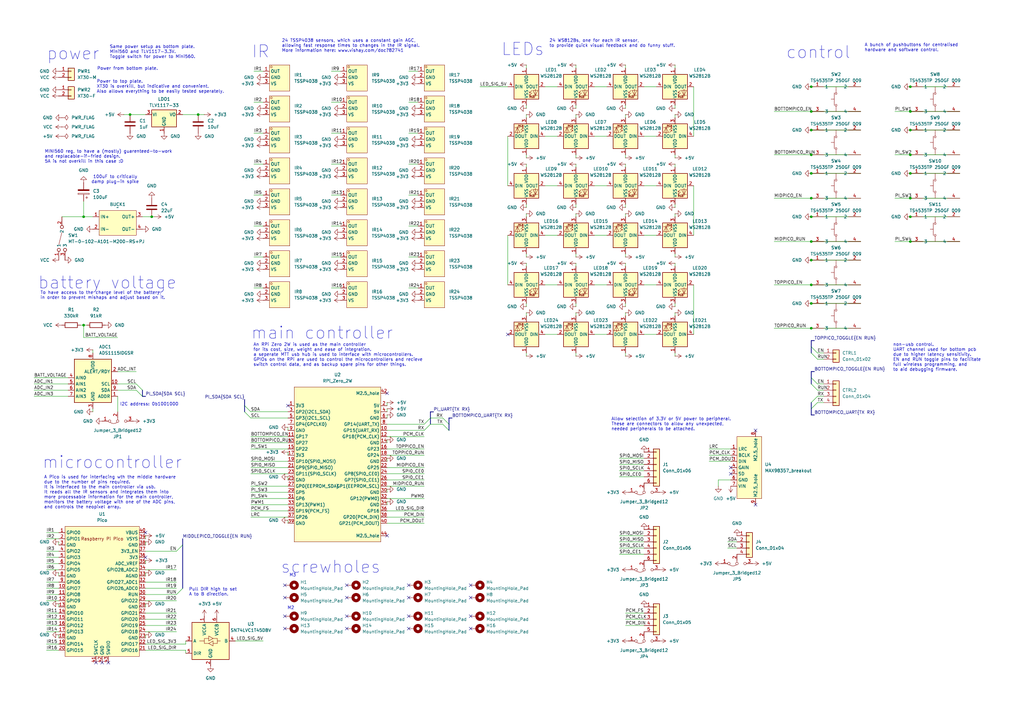
<source format=kicad_sch>
(kicad_sch (version 20231120) (generator "eeschema") (generator_version "8.0")
  (paper "A3")
  (junction (at 373.38 45.72))
  (junction (at 332.74 53.34))
  (junction (at 332.74 81.28))
  (junction (at 81.28 46.99))
  (junction (at 62.23 88.9))
  (junction (at 332.74 134.62))
  (junction (at 332.74 35.56))
  (junction (at 332.74 71.12))
  (junction (at 332.74 88.9))
  (junction (at 53.34 46.99))
  (junction (at 373.38 35.56))
  (junction (at 332.74 63.5))
  (junction (at 373.38 53.34))
  (junction (at 332.74 45.72))
  (junction (at 373.38 88.9))
  (junction (at 34.29 133.35))
  (junction (at 373.38 99.06))
  (junction (at 332.74 106.68))
  (junction (at 34.29 88.9))
  (junction (at 332.74 124.46))
  (junction (at 332.74 116.84))
  (junction (at 373.38 63.5))
  (junction (at 373.38 81.28))
  (junction (at 332.74 99.06))
  (junction (at 373.38 71.12))
  (no_connect (at 193.04 252.73))
  (no_connect (at 39.37 271.78))
  (no_connect (at 116.84 245.11))
  (no_connect (at 167.64 245.11))
  (no_connect (at 299.72 194.31))
  (no_connect (at 116.84 240.03))
  (no_connect (at 116.84 257.81))
  (no_connect (at 44.45 271.78))
  (no_connect (at 59.69 218.44))
  (no_connect (at 59.69 228.6))
  (no_connect (at 193.04 257.81))
  (no_connect (at 309.88 207.01))
  (no_connect (at 142.24 252.73))
  (no_connect (at 309.88 176.53))
  (no_connect (at 208.28 137.16))
  (no_connect (at 142.24 240.03))
  (no_connect (at 193.04 245.11))
  (no_connect (at 193.04 240.03))
  (no_connect (at 167.64 252.73))
  (no_connect (at 142.24 245.11))
  (no_connect (at 167.64 257.81))
  (no_connect (at 142.24 257.81))
  (no_connect (at 116.84 252.73))
  (no_connect (at 158.75 161.29))
  (no_connect (at 158.75 219.71))
  (no_connect (at 118.11 166.37))
  (no_connect (at 167.64 240.03))
  (no_connect (at 299.72 191.77))
  (no_connect (at 41.91 271.78))
  (bus_entry (at 74.93 223.52) (size -2.54 2.54))
  (bus_entry (at 58.42 160.02) (size -2.54 -2.54))
  (bus_entry (at 58.42 162.56) (size -2.54 -2.54))
  (bus_entry (at 335.28 160.02) (size -2.54 -2.54))
  (bus_entry (at 335.28 147.32) (size -2.54 -2.54))
  (bus_entry (at 335.28 157.48) (size -2.54 -2.54))
  (bus_entry (at 184.15 173.99) (size -2.54 -2.54))
  (bus_entry (at 100.33 168.91) (size 2.54 2.54))
  (bus_entry (at 176.53 171.45) (size -2.54 2.54))
  (bus_entry (at 332.74 165.1) (size 2.54 -2.54))
  (bus_entry (at 332.74 167.64) (size 2.54 -2.54))
  (bus_entry (at 184.15 176.53) (size -2.54 -2.54))
  (bus_entry (at 100.33 166.37) (size 2.54 2.54))
  (bus_entry (at 74.93 241.3) (size -2.54 2.54))
  (bus_entry (at 335.28 144.78) (size -2.54 -2.54))
  (bus_entry (at 176.53 173.99) (size -2.54 2.54))
  (wire (pts (xy 256.54 85.09) (xy 256.54 83.82)))
  (wire (pts (xy 104.14 41.91) (xy 107.95 41.91)))
  (wire (pts (xy 256.54 67.31) (xy 256.54 68.58)))
  (wire (pts (xy 24.13 234.95) (xy 24.13 236.22)))
  (wire (pts (xy 158.75 199.39) (xy 173.99 199.39)))
  (wire (pts (xy 102.87 179.07) (xy 118.11 179.07)))
  (wire (pts (xy 104.14 54.61) (xy 107.95 54.61)))
  (wire (pts (xy 38.1 168.91) (xy 38.1 167.64)))
  (wire (pts (xy 332.74 53.34) (xy 353.06 53.34)))
  (wire (pts (xy 248.92 96.52) (xy 243.84 96.52)))
  (wire (pts (xy 276.86 107.95) (xy 276.86 109.22)))
  (wire (pts (xy 167.64 92.71) (xy 171.45 92.71)))
  (wire (pts (xy 335.28 160.02) (xy 337.82 160.02)))
  (wire (pts (xy 290.83 186.69) (xy 299.72 186.69)))
  (wire (pts (xy 173.99 209.55) (xy 158.75 209.55)))
  (wire (pts (xy 104.14 29.21) (xy 107.95 29.21)))
  (wire (pts (xy 59.69 233.68) (xy 72.39 233.68)))
  (wire (pts (xy 102.87 201.93) (xy 118.11 201.93)))
  (wire (pts (xy 284.48 76.2) (xy 284.48 96.52)))
  (wire (pts (xy 62.23 88.9) (xy 58.42 88.9)))
  (wire (pts (xy 208.28 55.88) (xy 208.28 76.2)))
  (wire (pts (xy 256.54 128.27) (xy 256.54 129.54)))
  (wire (pts (xy 264.16 35.56) (xy 269.24 35.56)))
  (wire (pts (xy 332.74 99.06) (xy 353.06 99.06)))
  (wire (pts (xy 215.9 44.45) (xy 215.9 43.18)))
  (wire (pts (xy 167.64 29.21) (xy 171.45 29.21)))
  (bus (pts (xy 59.69 162.56) (xy 58.42 162.56)))
  (wire (pts (xy 335.28 144.78) (xy 337.82 144.78)))
  (wire (pts (xy 332.74 106.68) (xy 353.06 106.68)))
  (wire (pts (xy 167.64 67.31) (xy 171.45 67.31)))
  (wire (pts (xy 48.26 160.02) (xy 55.88 160.02)))
  (wire (pts (xy 215.9 128.27) (xy 215.9 129.54)))
  (wire (pts (xy 367.03 99.06) (xy 373.38 99.06)))
  (wire (pts (xy 254 193.04) (xy 264.16 193.04)))
  (wire (pts (xy 59.69 247.65) (xy 59.69 248.92)))
  (wire (pts (xy 335.28 162.56) (xy 337.82 162.56)))
  (wire (pts (xy 59.69 254) (xy 72.39 254)))
  (wire (pts (xy 256.54 146.05) (xy 256.54 144.78)))
  (wire (pts (xy 373.38 81.28) (xy 393.7 81.28)))
  (wire (pts (xy 102.87 171.45) (xy 118.11 171.45)))
  (bus (pts (xy 334.01 139.7) (xy 332.74 139.7)))
  (wire (pts (xy 256.54 254) (xy 264.16 254)))
  (bus (pts (xy 332.74 144.78) (xy 332.74 142.24)))
  (wire (pts (xy 24.13 247.65) (xy 24.13 248.92)))
  (wire (pts (xy 223.52 76.2) (xy 228.6 76.2)))
  (wire (pts (xy 243.84 116.84) (xy 248.92 116.84)))
  (wire (pts (xy 215.9 26.67) (xy 215.9 27.94)))
  (wire (pts (xy 332.74 116.84) (xy 353.06 116.84)))
  (wire (pts (xy 34.29 82.55) (xy 34.29 88.9)))
  (bus (pts (xy 332.74 170.18) (xy 332.74 167.64)))
  (wire (pts (xy 215.9 67.31) (xy 215.9 68.58)))
  (wire (pts (xy 102.87 209.55) (xy 118.11 209.55)))
  (wire (pts (xy 102.87 168.91) (xy 118.11 168.91)))
  (wire (pts (xy 19.05 259.08) (xy 24.13 259.08)))
  (wire (pts (xy 13.97 154.94) (xy 27.94 154.94)))
  (wire (pts (xy 269.24 137.16) (xy 264.16 137.16)))
  (wire (pts (xy 25.4 88.9) (xy 34.29 88.9)))
  (wire (pts (xy 59.69 260.35) (xy 59.69 261.62)))
  (bus (pts (xy 334.01 170.18) (xy 332.74 170.18)))
  (wire (pts (xy 176.53 171.45) (xy 181.61 171.45)))
  (wire (pts (xy 332.74 134.62) (xy 353.06 134.62)))
  (wire (pts (xy 332.74 71.12) (xy 353.06 71.12)))
  (wire (pts (xy 367.03 63.5) (xy 373.38 63.5)))
  (wire (pts (xy 248.92 137.16) (xy 243.84 137.16)))
  (wire (pts (xy 48.26 152.4) (xy 55.88 152.4)))
  (wire (pts (xy 102.87 212.09) (xy 118.11 212.09)))
  (wire (pts (xy 373.38 53.34) (xy 393.7 53.34)))
  (wire (pts (xy 59.69 266.7) (xy 76.2 266.7)))
  (wire (pts (xy 24.13 260.35) (xy 24.13 261.62)))
  (wire (pts (xy 373.38 35.56) (xy 393.7 35.56)))
  (wire (pts (xy 19.05 238.76) (xy 24.13 238.76)))
  (wire (pts (xy 335.28 157.48) (xy 337.82 157.48)))
  (bus (pts (xy 176.53 168.91) (xy 176.53 171.45)))
  (wire (pts (xy 367.03 45.72) (xy 373.38 45.72)))
  (wire (pts (xy 19.05 218.44) (xy 24.13 218.44)))
  (wire (pts (xy 158.75 200.66) (xy 158.75 201.93)))
  (wire (pts (xy 317.5 81.28) (xy 332.74 81.28)))
  (wire (pts (xy 254 195.58) (xy 264.16 195.58)))
  (wire (pts (xy 332.74 88.9) (xy 353.06 88.9)))
  (wire (pts (xy 158.75 187.96) (xy 158.75 189.23)))
  (wire (pts (xy 269.24 55.88) (xy 264.16 55.88)))
  (bus (pts (xy 334.01 152.4) (xy 332.74 152.4)))
  (wire (pts (xy 298.45 222.25) (xy 302.26 222.25)))
  (wire (pts (xy 256.54 44.45) (xy 256.54 43.18)))
  (wire (pts (xy 59.69 234.95) (xy 59.69 236.22)))
  (wire (pts (xy 254 190.5) (xy 264.16 190.5)))
  (wire (pts (xy 96.52 262.89) (xy 107.95 262.89)))
  (wire (pts (xy 135.89 105.41) (xy 139.7 105.41)))
  (wire (pts (xy 256.54 87.63) (xy 256.54 88.9)))
  (wire (pts (xy 228.6 137.16) (xy 223.52 137.16)))
  (wire (pts (xy 294.64 196.85) (xy 294.64 199.39)))
  (wire (pts (xy 19.05 251.46) (xy 24.13 251.46)))
  (wire (pts (xy 59.69 222.25) (xy 59.69 223.52)))
  (wire (pts (xy 59.69 241.3) (xy 72.39 241.3)))
  (wire (pts (xy 81.28 46.99) (xy 83.82 46.99)))
  (wire (pts (xy 135.89 41.91) (xy 139.7 41.91)))
  (wire (pts (xy 276.86 67.31) (xy 276.86 68.58)))
  (wire (pts (xy 48.26 162.56) (xy 48.26 168.91)))
  (wire (pts (xy 236.22 105.41) (xy 236.22 104.14)))
  (wire (pts (xy 135.89 67.31) (xy 139.7 67.31)))
  (wire (pts (xy 228.6 96.52) (xy 223.52 96.52)))
  (wire (pts (xy 53.34 46.99) (xy 59.69 46.99)))
  (wire (pts (xy 228.6 55.88) (xy 223.52 55.88)))
  (wire (pts (xy 19.05 241.3) (xy 24.13 241.3)))
  (wire (pts (xy 284.48 35.56) (xy 284.48 55.88)))
  (wire (pts (xy 236.22 85.09) (xy 236.22 83.82)))
  (wire (pts (xy 236.22 44.45) (xy 236.22 43.18)))
  (wire (pts (xy 373.38 99.06) (xy 393.7 99.06)))
  (wire (pts (xy 158.75 165.1) (xy 158.75 166.37)))
  (wire (pts (xy 317.5 63.5) (xy 332.74 63.5)))
  (wire (pts (xy 59.69 264.16) (xy 76.2 264.16)))
  (wire (pts (xy 332.74 63.5) (xy 353.06 63.5)))
  (wire (pts (xy 158.75 194.31) (xy 173.99 194.31)))
  (wire (pts (xy 19.05 256.54) (xy 24.13 256.54)))
  (wire (pts (xy 59.69 256.54) (xy 72.39 256.54)))
  (wire (pts (xy 135.89 118.11) (xy 139.7 118.11)))
  (wire (pts (xy 373.38 63.5) (xy 393.7 63.5)))
  (wire (pts (xy 276.86 125.73) (xy 276.86 124.46)))
  (wire (pts (xy 256.54 46.99) (xy 256.54 48.26)))
  (wire (pts (xy 135.89 54.61) (xy 139.7 54.61)))
  (wire (pts (xy 59.69 251.46) (xy 72.39 251.46)))
  (wire (pts (xy 102.87 199.39) (xy 118.11 199.39)))
  (wire (pts (xy 317.5 45.72) (xy 332.74 45.72)))
  (wire (pts (xy 264.16 116.84) (xy 269.24 116.84)))
  (wire (pts (xy 48.26 157.48) (xy 55.88 157.48)))
  (wire (pts (xy 256.54 105.41) (xy 256.54 104.14)))
  (wire (pts (xy 13.97 162.56) (xy 27.94 162.56)))
  (wire (pts (xy 290.83 189.23) (xy 299.72 189.23)))
  (wire (pts (xy 243.84 76.2) (xy 248.92 76.2)))
  (wire (pts (xy 158.75 184.15) (xy 173.99 184.15)))
  (wire (pts (xy 276.86 64.77) (xy 276.86 63.5)))
  (wire (pts (xy 215.9 105.41) (xy 215.9 104.14)))
  (wire (pts (xy 167.64 41.91) (xy 171.45 41.91)))
  (wire (pts (xy 59.69 259.08) (xy 72.39 259.08)))
  (wire (pts (xy 223.52 116.84) (xy 228.6 116.84)))
  (wire (pts (xy 373.38 71.12) (xy 393.7 71.12)))
  (wire (pts (xy 256.54 256.54) (xy 264.16 256.54)))
  (wire (pts (xy 254 187.96) (xy 264.16 187.96)))
  (wire (pts (xy 102.87 194.31) (xy 118.11 194.31)))
  (wire (pts (xy 332.74 124.46) (xy 353.06 124.46)))
  (wire (pts (xy 254 227.33) (xy 264.16 227.33)))
  (wire (pts (xy 335.28 165.1) (xy 337.82 165.1)))
  (wire (pts (xy 276.86 105.41) (xy 276.86 104.14)))
  (bus (pts (xy 184.15 173.99) (xy 184.15 176.53)))
  (wire (pts (xy 254 222.25) (xy 264.16 222.25)))
  (wire (pts (xy 256.54 125.73) (xy 256.54 124.46)))
  (wire (pts (xy 236.22 26.67) (xy 236.22 27.94)))
  (wire (pts (xy 290.83 184.15) (xy 299.72 184.15)))
  (wire (pts (xy 118.11 185.42) (xy 118.11 186.69)))
  (wire (pts (xy 167.64 105.41) (xy 171.45 105.41)))
  (wire (pts (xy 158.75 191.77) (xy 173.99 191.77)))
  (bus (pts (xy 332.74 152.4) (xy 332.74 154.94)))
  (wire (pts (xy 50.8 46.99) (xy 53.34 46.99)))
  (wire (pts (xy 158.75 186.69) (xy 173.99 186.69)))
  (wire (pts (xy 34.29 133.35) (xy 35.56 133.35)))
  (wire (pts (xy 256.54 251.46) (xy 264.16 251.46)))
  (wire (pts (xy 59.69 238.76) (xy 72.39 238.76)))
  (bus (pts (xy 100.33 163.83) (xy 100.33 166.37)))
  (wire (pts (xy 284.48 116.84) (xy 284.48 137.16)))
  (wire (pts (xy 59.69 226.06) (xy 72.39 226.06)))
  (wire (pts (xy 256.54 26.67) (xy 256.54 27.94)))
  (wire (pts (xy 236.22 64.77) (xy 236.22 63.5)))
  (wire (pts (xy 236.22 87.63) (xy 236.22 88.9)))
  (bus (pts (xy 185.42 171.45) (xy 184.15 171.45)))
  (wire (pts (xy 276.86 87.63) (xy 276.86 88.9)))
  (wire (pts (xy 19.05 228.6) (xy 24.13 228.6)))
  (wire (pts (xy 158.75 204.47) (xy 173.99 204.47)))
  (wire (pts (xy 298.45 224.79) (xy 302.26 224.79)))
  (wire (pts (xy 264.16 76.2) (xy 269.24 76.2)))
  (wire (pts (xy 59.69 219.71) (xy 59.69 220.98)))
  (wire (pts (xy 118.11 195.58) (xy 118.11 196.85)))
  (wire (pts (xy 74.93 46.99) (xy 81.28 46.99)))
  (bus (pts (xy 176.53 171.45) (xy 176.53 173.99)))
  (wire (pts (xy 13.97 160.02) (xy 27.94 160.02)))
  (bus (pts (xy 332.74 165.1) (xy 332.74 167.64)))
  (wire (pts (xy 276.86 146.05) (xy 276.86 144.78)))
  (wire (pts (xy 158.75 173.99) (xy 173.99 173.99)))
  (wire (pts (xy 167.64 80.01) (xy 171.45 80.01)))
  (wire (pts (xy 158.75 205.74) (xy 158.75 207.01)))
  (wire (pts (xy 19.05 266.7) (xy 24.13 266.7)))
  (wire (pts (xy 276.86 46.99) (xy 276.86 48.26)))
  (wire (pts (xy 256.54 107.95) (xy 256.54 109.22)))
  (wire (pts (xy 34.29 138.43) (xy 34.29 133.35)))
  (wire (pts (xy 256.54 64.77) (xy 256.54 63.5)))
  (bus (pts (xy 332.74 157.48) (xy 332.74 154.94)))
  (wire (pts (xy 335.28 147.32) (xy 337.82 147.32)))
  (wire (pts (xy 236.22 125.73) (xy 236.22 124.46)))
  (wire (pts (xy 13.97 157.48) (xy 27.94 157.48)))
  (wire (pts (xy 373.38 45.72) (xy 393.7 45.72)))
  (wire (pts (xy 59.69 243.84) (xy 72.39 243.84)))
  (wire (pts (xy 104.14 118.11) (xy 107.95 118.11)))
  (wire (pts (xy 19.05 231.14) (xy 24.13 231.14)))
  (wire (pts (xy 215.9 107.95) (xy 215.9 109.22)))
  (wire (pts (xy 59.69 229.87) (xy 59.69 231.14)))
  (wire (pts (xy 19.05 246.38) (xy 24.13 246.38)))
  (wire (pts (xy 24.13 222.25) (xy 24.13 223.52)))
  (wire (pts (xy 135.89 29.21) (xy 139.7 29.21)))
  (wire (pts (xy 332.74 35.56) (xy 353.06 35.56)))
  (wire (pts (xy 19.05 233.68) (xy 24.13 233.68)))
  (wire (pts (xy 48.26 138.43) (xy 34.29 138.43)))
  (wire (pts (xy 317.5 134.62) (xy 332.74 134.62)))
  (wire (pts (xy 236.22 67.31) (xy 236.22 68.58)))
  (wire (pts (xy 294.64 196.85) (xy 299.72 196.85)))
  (wire (pts (xy 215.9 85.09) (xy 215.9 83.82)))
  (wire (pts (xy 196.85 35.56) (xy 208.28 35.56)))
  (wire (pts (xy 38.1 143.51) (xy 38.1 144.78)))
  (wire (pts (xy 63.5 88.9) (xy 62.23 88.9)))
  (wire (pts (xy 104.14 92.71) (xy 107.95 92.71)))
  (wire (pts (xy 59.69 246.38) (xy 72.39 246.38)))
  (wire (pts (xy 76.2 264.16) (xy 76.2 262.89)))
  (wire (pts (xy 158.75 214.63) (xy 173.99 214.63)))
  (wire (pts (xy 276.86 85.09) (xy 276.86 83.82)))
  (wire (pts (xy 254 219.71) (xy 264.16 219.71)))
  (wire (pts (xy 317.5 99.06) (xy 332.74 99.06)))
  (wire (pts (xy 19.05 264.16) (xy 24.13 264.16)))
  (wire (pts (xy 158.75 170.18) (xy 158.75 171.45)))
  (wire (pts (xy 317.5 116.84) (xy 332.74 116.84)))
  (wire (pts (xy 102.87 189.23) (xy 118.11 189.23)))
  (wire (pts (xy 158.75 180.34) (xy 158.75 181.61)))
  (bus (pts (xy 332.74 139.7) (xy 332.74 142.24)))
  (wire (pts (xy 215.9 46.99) (xy 215.9 48.26)))
  (wire (pts (xy 102.87 207.01) (xy 118.11 207.01)))
  (wire (pts (xy 102.87 191.77) (xy 118.11 191.77)))
  (wire (pts (xy 19.05 226.06) (xy 24.13 226.06)))
  (wire (pts (xy 167.64 118.11) (xy 171.45 118.11)))
  (wire (pts (xy 176.53 173.99) (xy 181.61 173.99)))
  (bus (pts (xy 74.93 220.98) (xy 74.93 223.52)))
  (wire (pts (xy 276.86 26.67) (xy 276.86 27.94)))
  (wire (pts (xy 236.22 107.95) (xy 236.22 109.22)))
  (wire (pts (xy 276.86 44.45) (xy 276.86 43.18)))
  (wire (pts (xy 215.9 64.77) (xy 215.9 63.5)))
  (wire (pts (xy 248.92 55.88) (xy 243.84 55.88)))
  (wire (pts (xy 332.74 45.72) (xy 353.06 45.72)))
  (wire (pts (xy 208.28 96.52) (xy 208.28 116.84)))
  (wire (pts (xy 118.11 213.36) (xy 118.11 214.63)))
  (wire (pts (xy 19.05 243.84) (xy 24.13 243.84)))
  (wire (pts (xy 215.9 87.63) (xy 215.9 88.9)))
  (wire (pts (xy 332.74 81.28) (xy 353.06 81.28)))
  (bus (pts (xy 74.93 223.52) (xy 74.93 241.3)))
  (wire (pts (xy 373.38 88.9) (xy 393.7 88.9)))
  (bus (pts (xy 58.42 162.56) (xy 58.42 160.02)))
  (wire (pts (xy 269.24 96.52) (xy 264.16 96.52)))
  (bus (pts (xy 177.8 168.91) (xy 176.53 168.91)))
  (wire (pts (xy 102.87 184.15) (xy 118.11 184.15)))
  (wire (pts (xy 19.05 254) (xy 24.13 254)))
  (wire (pts (xy 104.14 67.31) (xy 107.95 67.31)))
  (wire (pts (xy 102.87 181.61) (xy 118.11 181.61)))
  (wire (pts (xy 135.89 92.71) (xy 139.7 92.71)))
  (wire (pts (xy 223.52 35.56) (xy 228.6 35.56)))
  (wire (pts (xy 158.75 179.07) (xy 173.99 179.07)))
  (wire (pts (xy 236.22 146.05) (xy 236.22 144.78)))
  (wire (pts (xy 104.14 80.01) (xy 107.95 80.01)))
  (bus (pts (xy 184.15 171.45) (xy 184.15 173.99)))
  (wire (pts (xy 76.2 266.7) (xy 76.2 267.97)))
  (wire (pts (xy 158.75 167.64) (xy 158.75 168.91)))
  (wire (pts (xy 158.75 196.85) (xy 173.99 196.85)))
  (wire (pts (xy 158.75 176.53) (xy 173.99 176.53)))
  (wire (pts (xy 135.89 80.01) (xy 139.7 80.01)))
  (wire (pts (xy 215.9 125.73) (xy 215.9 124.46)))
  (wire (pts (xy 367.03 81.28) (xy 373.38 81.28)))
  (bus (pts (xy 100.33 166.37) (xy 100.33 168.91)))
  (wire (pts (xy 19.05 220.98) (xy 24.13 220.98)))
  (wire (pts (xy 102.87 204.47) (xy 118.11 204.47)))
  (wire (pts (xy 243.84 35.56) (xy 248.92 35.56)))
  (wire (pts (xy 34.29 88.9) (xy 38.1 88.9)))
  (wire (pts (xy 215.9 146.05) (xy 215.9 144.78)))
  (wire (pts (xy 236.22 46.99) (xy 236.22 48.26)))
  (wire (pts (xy 158.75 212.09) (xy 173.99 212.09)))
  (wire (pts (xy 236.22 128.27) (xy 236.22 129.54)))
  (wire (pts (xy 167.64 54.61) (xy 171.45 54.61)))
  (wire (pts (xy 254 224.79) (xy 264.16 224.79)))
  (wire (pts (xy 276.86 128.27) (xy 276.86 129.54)))
  (wire (pts (xy 118.11 175.26) (xy 118.11 176.53)))
  (wire (pts (xy 33.02 133.35) (xy 34.29 133.35)))
  (wire (pts (xy 104.14 105.41) (xy 107.95 105.41)))
  (text "screwholes" (at 115.062 232.664 0) (effects (font (size 5 5)) (justify left)))
  (text "IR" (at 103.124 21.336 0) (effects (font (size 5 5)) (justify left)))
  (text "Allow selection of 3.3V or 5V power to peripheral.\nThese are connectors to allow any unexpected,\nneeded peripherals to be attached." (at 250.698 173.99 0) (effects (font (size 1.27 1.27)) (justify left)))
  (text "microcontroller" (at 17.272 189.738 0) (effects (font (size 5 5)) (justify left)))
  (text "24 WS812Bs, one for each IR sensor,\nto provide quick visual feedback and do funny stuff." (at 225.298 17.78 0) (effects (font (size 1.27 1.27)) (justify left)))
  (text "main controller" (at 102.87 136.652 0) (effects (font (size 5 5)) (justify left)))
  (text "24 TSSP4038 sensors, which uses a constant gain AGC,\nallowing fast response times to changes in the IR signal.\nMore information here: www.vishay.com/doc?82741" (at 115.57 18.796 0) (effects (font (size 1.27 1.27)) (justify left)))
  (text "power" (at 19.05 22.098 0) (effects (font (size 5 5)) (justify left)))
  (text "MINI560 reg, to have a (mostly) guarenteed-to-work\nand replacable-if-fried design.\n5A is not overkill in this case :D" (at 18.288 64.262 0) (effects (font (size 1.27 1.27)) (justify left)))
  (text "control" (at 322.326 21.59 0) (effects (font (size 5 5)) (justify left)))
  (text "I2C address: 0b1001000" (at 61.214 165.862 0) (effects (font (size 1.27 1.27))))
  (text "Pull DIR high to set\nA to B direction." (at 77.47 242.824 0) (effects (font (size 1.27 1.27)) (justify left)))
  (text "LEDs" (at 205.486 20.32 0) (effects (font (size 5 5)) (justify left)))
  (text "M3" (at 118.618 235.966 0) (effects (font (size 1.27 1.27)) (justify left)))
  (text "Power from bottom plate." (at 52.324 28.194 0) (effects (font (size 1.27 1.27))))
  (text "A bunch of pushbuttons for centralised\nhardware and software control.\n" (at 354.584 19.558 0) (effects (font (size 1.27 1.27)) (justify left)))
  (text "A Pico is used for interfacing wth the middle hardware\ndue to the number of pins required.\nIt is interfaced to the main controller via usb.\nIt reads all the IR sensors and integrates them into\nmore processable information for the main controller,\nmonitors the battery voltage with one of the ADC pins,\nand controls the neopixel array." (at 18.034 201.93 0) (effects (font (size 1.27 1.27)) (justify left)))
  (text "An RPi Zero 2W is used as the main controller\nfor its cost, size, weight and ease of integration.\na seperate MTT usb hub is used to interface with microcontrollers.\nGPIOs on the RPi are used to control the microcontrollers and recieve\nswitch control data, and as backup spare pins for other things." (at 103.886 145.542 0) (effects (font (size 1.27 1.27)) (justify left)))
  (text "To have access to the charge level of the battery,\nin order to prevent mishaps and adjust based on it." (at 16.51 121.158 0) (effects (font (size 1.27 1.27)) (justify left)))
  (text "Power to top plate.\nXT30 is overkill, but indicative and convenient.\nAlso allows everything to be easily tested seperately." (at 39.624 35.56 0) (effects (font (size 1.27 1.27)) (justify left)))
  (text "100uF to critically\ndamp plug-in spike" (at 47.244 73.66 0) (effects (font (size 1.27 1.27))))
  (text "battery voltage" (at 15.494 116.078 0) (effects (font (size 5 5)) (justify left)))
  (text "M2" (at 117.856 249.428 0) (effects (font (size 1.27 1.27)) (justify left)))
  (text "Same power setup as bottom plate.\nMini560 and TLV1117-3.3V.\nToggle switch for power to Mini560." (at 44.958 21.336 0) (effects (font (size 1.27 1.27)) (justify left)))
  (text "non-usb control.\nUART channel used for bottom pcb\ndue to higher latency sensitivity.\nEN and RUN toggle pins to facilitate\nfull wireless programming, and\nto aid debugging firmware." (at 366.268 146.558 0) (effects (font (size 1.27 1.27)) (justify left)))
  (label "IR24" (at 167.64 118.11 0))
  (label "PCM_FS" (at 102.87 209.55 0))
  (label "LRC" (at 102.87 212.09 0))
  (label "RX" (at 173.99 176.53 180))
  (label "EN" (at 335.28 144.78 0))
  (label "TX" (at 173.99 173.99 180))
  (label "IR14" (at 19.05 259.08 0))
  (label "LED_SIG_3V3" (at 72.39 264.16 180))
  (label "PI_SW1" (at 102.87 184.15 0))
  (label "RUN" (at 335.28 160.02 0))
  (label "IR11" (at 135.89 54.61 0))
  (label "IR20" (at 167.64 67.31 0))
  (label "TOPPICO_RUN" (at 317.5 134.62 0))
  (label "RX" (at 181.61 171.45 180))
  (label "PI_SW3" (at 102.87 201.93 0))
  (label "IR9" (at 135.89 29.21 0))
  (label "PCM_DOUT" (at 173.99 214.63 180))
  (label "SCL" (at 298.45 224.79 0))
  (label "BOTTOMPICO_EN" (at 102.87 179.07 0))
  (label "IR10" (at 135.89 41.91 0))
  (label "IR4" (at 104.14 67.31 0))
  (label "IR22" (at 167.64 92.71 0))
  (label "BOTTOMPICO_RUN" (at 317.5 63.5 0))
  (label "SCL" (at 102.87 171.45 0))
  (label "ADC_IN1" (at 13.97 157.48 0))
  (label "MIDPICO_EN" (at 317.5 81.28 0))
  (label "SPI0_MOSI" (at 254 187.96 0))
  (label "RUN" (at 335.28 147.32 0))
  (label "IR19" (at 167.64 54.61 0))
  (label "SPI0_CE1" (at 173.99 196.85 180))
  (label "PI_SDA{SDA SCL}" (at 100.33 163.83 180))
  (label "LED_SIG_5V" (at 107.95 262.89 180))
  (label "IR10" (at 19.05 246.38 0))
  (label "LED_SIG_DIR" (at 72.39 266.7 180))
  (label "RUN" (at 72.39 243.84 180))
  (label "IR8" (at 104.14 118.11 0))
  (label "LRC" (at 290.83 184.15 0))
  (label "IR1" (at 19.05 218.44 0))
  (label "IR21" (at 72.39 251.46 180))
  (label "IR18" (at 72.39 238.76 180))
  (label "SPI0_MISO" (at 102.87 191.77 0))
  (label "IR19" (at 72.39 241.3 180))
  (label "IR22" (at 72.39 254 180))
  (label "SPI0_CE0" (at 173.99 194.31 180))
  (label "RX" (at 335.28 162.56 0))
  (label "MIDPICO_EN" (at 173.99 191.77 180))
  (label "SPI0_MOSI" (at 254 219.71 0))
  (label "TOPPICO_RUN" (at 173.99 186.69 180))
  (label "IR7" (at 19.05 238.76 0))
  (label "SPI0_SCLK" (at 254 193.04 0))
  (label "SDA" (at 55.88 160.02 180))
  (label "IR13" (at 19.05 256.54 0))
  (label "IR11" (at 19.05 251.46 0))
  (label "TOPPICO_TOGGLE{EN RUN}" (at 334.01 139.7 0))
  (label "PI_SW4" (at 367.03 99.06 0))
  (label "IR13" (at 135.89 80.01 0))
  (label "PI_SW3" (at 367.03 81.28 0))
  (label "SPI0_MISO" (at 254 222.25 0))
  (label "EN" (at 335.28 157.48 0))
  (label "IR3" (at 19.05 226.06 0))
  (label "MIDPICO_RUN" (at 317.5 99.06 0))
  (label "PCM_DIN" (at 256.54 256.54 0))
  (label "ADC_IN3" (at 13.97 162.56 0))
  (label "PCM_CLK" (at 173.99 179.07 180))
  (label "IR12" (at 19.05 254 0))
  (label "BATT_VOLTAGE" (at 48.26 138.43 180))
  (label "TOPPICO_EN" (at 173.99 184.15 180))
  (label "IR16" (at 135.89 118.11 0))
  (label "SPI0_SCLK" (at 254 224.79 0))
  (label "MIDPICO_RUN" (at 173.99 199.39 180))
  (label "PI_SW1" (at 367.03 45.72 0))
  (label "PI_SW4" (at 102.87 204.47 0))
  (label "BATT_VOLTAGE" (at 13.97 154.94 0))
  (label "IR1" (at 104.14 29.21 0))
  (label "TX" (at 181.61 173.99 180))
  (label "TOPPICO_EN" (at 317.5 116.84 0))
  (label "IR2" (at 19.05 220.98 0))
  (label "PCM_CLK" (at 256.54 254 0))
  (label "BOTTOMPICO_UART{TX RX}" (at 334.01 170.18 0))
  (label "IR20" (at 72.39 246.38 180))
  (label "IR23" (at 72.39 256.54 180))
  (label "ADC_INT" (at 55.88 152.4 180))
  (label "IR15" (at 19.05 264.16 0))
  (label "IR9" (at 19.05 243.84 0))
  (label "EN" (at 72.39 226.06 180))
  (label "PI_SDA{SDA SCL}" (at 59.69 162.56 0))
  (label "PI_SW2" (at 102.87 199.39 0))
  (label "PCM_DIN" (at 173.99 212.09 180))
  (label "IR23" (at 167.64 105.41 0))
  (label "LED_SIG_5V" (at 196.85 35.56 0))
  (label "PWM0" (at 173.99 204.47 180))
  (label "SPI0_MOSI" (at 102.87 189.23 0))
  (label "IR16" (at 19.05 266.7 0))
  (label "PCM_CLK" (at 290.83 186.69 0))
  (label "IR8" (at 19.05 241.3 0))
  (label "IR3" (at 104.14 54.61 0))
  (label "IR2" (at 104.14 41.91 0))
  (label "IR7" (at 104.14 105.41 0))
  (label "IR15" (at 135.89 105.41 0))
  (label "IR5" (at 19.05 231.14 0))
  (label "BOTTOMPICO_TOGGLE{EN RUN}" (at 334.01 152.4 0))
  (label "SPI0_CE0" (at 254 195.58 0))
  (label "IR5" (at 104.14 80.01 0))
  (label "TX" (at 335.28 165.1 0))
  (label "IR24" (at 72.39 259.08 180))
  (label "BOTTOMPICO_RUN" (at 102.87 181.61 0))
  (label "BOTTOMPICO_UART{TX RX}" (at 185.42 171.45 0))
  (label "BOTTOMPICO_EN" (at 317.5 45.72 0))
  (label "MIDDLEPICO_TOGGLE{EN RUN}" (at 74.93 220.98 0))
  (label "IR17" (at 167.64 29.21 0))
  (label "IR17" (at 72.39 233.68 180))
  (label "IR12" (at 135.89 67.31 0))
  (label "SPI0_SCLK" (at 102.87 194.31 0))
  (label "PWM1" (at 102.87 207.01 0))
  (label "IR14" (at 135.89 92.71 0))
  (label "SDA" (at 102.87 168.91 0))
  (label "PCM_DOUT" (at 290.83 189.23 0))
  (label "SCL" (at 55.88 157.48 180))
  (label "PI_SW2" (at 367.03 63.5 0))
  (label "ADC_IN2" (at 13.97 160.02 0))
  (label "SDA" (at 298.45 222.25 0))
  (label "SPI0_CE1" (at 254 227.33 0))
  (label "LED_SIG_DIR" (at 173.99 209.55 180))
  (label "PI_UART{TX RX}" (at 177.8 168.91 0))
  (label "IR6" (at 19.05 233.68 0))
  (label "SPI0_MISO" (at 254 190.5 0))
  (label "IR21" (at 167.64 80.01 0))
  (label "PCM_FS" (at 256.54 251.46 0))
  (label "IR4" (at 19.05 228.6 0))
  (label "IR6" (at 104.14 92.71 0))
  (label "IR18" (at 167.64 41.91 0))
  (symbol (lib_id "power:+5V") (at 215.9 67.31 90) (unit 1)
    (property "Reference" "#PWR0119" (effects (hide yes)))
    (property "Value" "+5V" (at 212.09 67.3099 90) (effects (justify left)))
    (property "Description" "Power symbol creates a global label with name \"+5V\"" (effects (hide yes)))
  )
  (symbol (lib_id "power:GND") (at 43.18 133.35 90) (unit 1)
    (property "Reference" "#PWR048" (effects (hide yes)))
    (property "Value" "GND" (at 46.99 133.3499 90) (effects (justify right)))
    (property "Description" "Power symbol creates a global label with name \"GND\" , ground" (effects (hide yes)))
  )
  (symbol (lib_id "power:GND") (at 81.28 54.61 0) (mirror y) (unit 1)
    (property "Reference" "#PWR024" (effects (hide yes)))
    (property "Value" "GND" (at 83.82 55.8799 0) (effects (justify right)))
    (property "Description" "Power symbol creates a global label with name \"GND\" , ground" (effects (hide yes)))
  )
  (symbol (lib_id "Mechanical:MountingHole_Pad") (at 195.58 257.81 270) (unit 1) (exclude_from_sim yes) (in_bom no)
    (property "Reference" "H16" (at 199.39 256.5399 90) (effects (justify left)))
    (property "Value" "MountingHole_Pad" (at 199.39 259.0799 90) (effects (justify left)))
    (property "Footprint" "MountingHole:MountingHole_2.2mm_M2_Pad_Via" (effects (hide yes)))
    (property "Description" "Mounting Hole with connection" (effects (hide yes)))
  )
  (symbol (lib_id "power:+5V") (at 215.9 107.95 90) (unit 1)
    (property "Reference" "#PWR0133" (effects (hide yes)))
    (property "Value" "+5V" (at 212.09 107.9499 90) (effects (justify left)))
    (property "Description" "Power symbol creates a global label with name \"+5V\"" (effects (hide yes)))
  )
  (symbol (lib_id "power:GND") (at 171.45 95.25 270) (mirror x) (unit 1)
    (property "Reference" "#PWR092" (effects (hide yes)))
    (property "Value" "GND" (at 167.64 95.2499 90) (effects (justify right)))
    (property "Description" "Power symbol creates a global label with name \"GND\" , ground" (effects (hide yes)))
  )
  (symbol (lib_id "Jumper:Jumper_3_Bridged12") (at 302.26 231.14 0) (mirror x) (unit 1) (exclude_from_sim yes) (in_bom no)
    (property "Reference" "JP5" (at 302.26 237.49 0))
    (property "Value" "Jumper_3_Bridged12" (at 302.26 234.95 0))
    (property "Footprint" "Connector_PinHeader_2.54mm:PinHeader_1x03_P2.54mm_Vertical" (effects (hide yes)))
    (property "Description" "Jumper, 3-pole, pins 1+2 closed/bridged" (effects (hide yes)))
  )
  (symbol (lib_id "custom:RPi_Zero_2W_no_front_mountingholes") (at 138.43 191.77 0) (unit 1)
    (property "Reference" "U2" (at 138.43 153.67 0))
    (property "Value" "RPi_Zero_2W" (at 138.43 156.21 0))
    (property "Footprint" "custom:RPi_Zero_2W_no_front_mountingholes" (effects (hide yes)))
  )
  (symbol (lib_id "Mechanical:MountingHole_Pad") (at 119.38 245.11 270) (unit 1) (exclude_from_sim yes) (in_bom no)
    (property "Reference" "H5" (at 123.19 243.8399 90) (effects (justify left)))
    (property "Value" "MountingHole_Pad" (at 123.19 246.3799 90) (effects (justify left)))
    (property "Footprint" "MountingHole:MountingHole_3.2mm_M3_Pad_Via" (effects (hide yes)))
    (property "Description" "Mounting Hole with connection" (effects (hide yes)))
  )
  (symbol (lib_id "power:+3V3") (at 38.1 143.51 90) (unit 1)
    (property "Reference" "#PWR0153" (effects (hide yes)))
    (property "Value" "+3V3" (at 34.29 143.5099 90) (effects (justify left)))
    (property "Description" "Power symbol creates a global label with name \"+3V3\"" (effects (hide yes)))
  )
  (symbol (lib_id "power:GND") (at 158.75 170.18 90) (unit 1)
    (property "Reference" "#PWR03" (effects (hide yes)))
    (property "Value" "GND" (at 162.56 170.1799 90) (effects (justify right)))
    (property "Description" "Power symbol creates a global label with name \"GND\" , ground" (effects (hide yes)))
  )
  (symbol (lib_id "power:+3V3") (at 257.81 201.93 90) (unit 1)
    (property "Reference" "#PWR0156" (effects (hide yes)))
    (property "Value" "+3V3" (at 254 201.9299 90) (effects (justify left)))
    (property "Description" "Power symbol creates a global label with name \"+3V3\"" (effects (hide yes)))
  )
  (symbol (lib_id "power:GND") (at 67.31 54.61 0) (mirror y) (unit 1)
    (property "Reference" "#PWR023" (effects (hide yes)))
    (property "Value" "GND" (at 69.85 55.8799 0) (effects (justify right)))
    (property "Description" "Power symbol creates a global label with name \"GND\" , ground" (effects (hide yes)))
  )
  (symbol (lib_id "power:GND") (at 236.22 46.99 90) (mirror x) (unit 1)
    (property "Reference" "#PWR0114" (effects (hide yes)))
    (property "Value" "GND" (at 240.03 46.9901 90) (effects (justify right)))
    (property "Description" "Power symbol creates a global label with name \"GND\" , ground" (effects (hide yes)))
  )
  (symbol (lib_id "EasyEDA:TSSP4038") (at 113.03 107.95 0) (unit 1)
    (property "Reference" "IR7" (at 120.65 106.9349 0) (effects (justify left)))
    (property "Value" "TSSP4038" (at 120.65 109.4749 0) (effects (justify left)))
    (property "Footprint" "EasyEDA:SENSOR-TH_TSSP40X" (effects (hide yes)))
    (property "Datasheet" "https://lcsc.com/product-detail/Infrared-Receivers_VISHAY_TSSP4038_TSSP4038_C143753.html" (effects (hide yes)))
    (property "LCSC Part" "C143753" (effects (hide yes)))
  )
  (symbol (lib_id "power:+5V") (at 308.61 231.14 270) (unit 1)
    (property "Reference" "#PWR0168" (effects (hide yes)))
    (property "Value" "+5V" (at 312.42 231.1399 90) (effects (justify left)))
    (property "Description" "Power symbol creates a global label with name \"+5V\"" (effects (hide yes)))
  )
  (symbol (lib_id "power:+3V3") (at 171.45 110.49 90) (unit 1)
    (property "Reference" "#PWR095" (effects (hide yes)))
    (property "Value" "+3V3" (at 167.64 110.4899 90) (effects (justify left)))
    (property "Description" "Power symbol creates a global label with name \"+3V3\"" (effects (hide yes)))
  )
  (symbol (lib_id "LED:WS2812B") (at 215.9 55.88 180) (unit 1)
    (property "Reference" "LED8" (at 226.06 50.0759 0))
    (property "Value" "WS2812B" (at 226.06 52.6159 0))
    (property "Footprint" "LED_SMD:LED_WS2812B-Mini_PLCC4_3.5x3.5mm" (effects (hide yes)))
    (property "Datasheet" "https://cdn-shop.adafruit.com/datasheets/WS2812B.pdf" (effects (hide yes)))
    (property "Description" "RGB LED with integrated controller" (effects (hide yes)))
  )
  (symbol (lib_id "power:+12V") (at 24.13 106.68 90) (mirror x) (unit 1)
    (property "Reference" "#PWR026" (effects (hide yes)))
    (property "Value" "VCC" (at 20.32 106.6799 90) (effects (justify left)))
    (property "Description" "Power symbol creates a global label with name \"+12V\"" (effects (hide yes)))
  )
  (symbol (lib_id "power:+5V") (at 256.54 67.31 90) (unit 1)
    (property "Reference" "#PWR0127" (effects (hide yes)))
    (property "Value" "+5V" (at 252.73 67.3099 90) (effects (justify left)))
    (property "Description" "Power symbol creates a global label with name \"+5V\"" (effects (hide yes)))
  )
  (symbol (lib_id "Logic_LevelTranslator:SN74LVC1T45DBV") (at 86.36 262.89 0) (unit 1)
    (property "Reference" "U3" (at 102.87 255.9555 0))
    (property "Value" "SN74LVC1T45DBV" (at 102.87 258.4955 0))
    (property "Footprint" "Package_TO_SOT_SMD:SOT-23-6" (effects (hide yes)))
    (property "Datasheet" "http://www.ti.com/lit/ds/symlink/sn74lvc1t45.pdf" (effects (hide yes)))
    (property "Description" "Single-Bit Dual-Supply Bus Transceiver With Configurable Voltage Translation and 3-State Outputs, SOT-23-6" (effects (hide yes)))
  )
  (symbol (lib_id "EasyEDA:TSSP4038") (at 176.53 57.15 0) (unit 1)
    (property "Reference" "IR19" (at 184.15 56.1349 0) (effects (justify left)))
    (property "Value" "TSSP4038" (at 184.15 58.6749 0) (effects (justify left)))
    (property "Footprint" "EasyEDA:SENSOR-TH_TSSP40X" (effects (hide yes)))
    (property "Datasheet" "https://lcsc.com/product-detail/Infrared-Receivers_VISHAY_TSSP4038_TSSP4038_C143753.html" (effects (hide yes)))
    (property "LCSC Part" "C143753" (effects (hide yes)))
  )
  (symbol (lib_id "power:PWR_FLAG") (at 25.4 52.07 270) (unit 1)
    (property "Reference" "#FLG02" (effects (hide yes)))
    (property "Value" "PWR_FLAG" (at 29.21 52.0699 90) (effects (justify left)))
    (property "Description" "Special symbol for telling ERC where power comes from" (effects (hide yes)))
  )
  (symbol (lib_id "power:+12V") (at 25.4 52.07 90) (unit 1)
    (property "Reference" "#PWR036" (effects (hide yes)))
    (property "Value" "VCC" (at 21.59 52.0699 90) (effects (justify left)))
    (property "Description" "Power symbol creates a global label with name \"+12V\"" (effects (hide yes)))
  )
  (symbol (lib_id "EasyEDA:TSSP4038") (at 144.78 95.25 0) (unit 1)
    (property "Reference" "IR14" (at 152.4 94.2349 0) (effects (justify left)))
    (property "Value" "TSSP4038" (at 152.4 96.7749 0) (effects (justify left)))
    (property "Footprint" "EasyEDA:SENSOR-TH_TSSP40X" (effects (hide yes)))
    (property "Datasheet" "https://lcsc.com/product-detail/Infrared-Receivers_VISHAY_TSSP4038_TSSP4038_C143753.html" (effects (hide yes)))
    (property "LCSC Part" "C143753" (effects (hide yes)))
  )
  (symbol (lib_id "EasyEDA:TSSP4038") (at 113.03 44.45 0) (unit 1)
    (property "Reference" "IR2" (at 120.65 43.4349 0) (effects (justify left)))
    (property "Value" "TSSP4038" (at 120.65 45.9749 0) (effects (justify left)))
    (property "Footprint" "EasyEDA:SENSOR-TH_TSSP40X" (effects (hide yes)))
    (property "Datasheet" "https://lcsc.com/product-detail/Infrared-Receivers_VISHAY_TSSP4038_TSSP4038_C143753.html" (effects (hide yes)))
    (property "LCSC Part" "C143753" (effects (hide yes)))
  )
  (symbol (lib_id "LED:WS2812B") (at 256.54 76.2 0) (unit 1)
    (property "Reference" "LED11" (at 266.7 69.2655 0))
    (property "Value" "WS2812B" (at 266.7 71.8055 0))
    (property "Footprint" "LED_SMD:LED_WS2812B-Mini_PLCC4_3.5x3.5mm" (effects (hide yes)))
    (property "Datasheet" "https://cdn-shop.adafruit.com/datasheets/WS2812B.pdf" (effects (hide yes)))
    (property "Description" "RGB LED with integrated controller" (effects (hide yes)))
  )
  (symbol (lib_id "power:+3V3") (at 54.61 172.72 270) (unit 1)
    (property "Reference" "#PWR0163" (effects (hide yes)))
    (property "Value" "+3V3" (at 58.42 172.7201 90) (effects (justify left)))
    (property "Description" "Power symbol creates a global label with name \"+3V3\"" (effects (hide yes)))
  )
  (symbol (lib_id "power:GND") (at 256.54 87.63 90) (mirror x) (unit 1)
    (property "Reference" "#PWR0125" (effects (hide yes)))
    (property "Value" "GND" (at 260.35 87.6301 90) (effects (justify right)))
    (property "Description" "Power symbol creates a global label with name \"GND\" , ground" (effects (hide yes)))
  )
  (symbol (lib_id "power:GND") (at 107.95 31.75 270) (mirror x) (unit 1)
    (property "Reference" "#PWR051" (effects (hide yes)))
    (property "Value" "GND" (at 104.14 31.7499 90) (effects (justify right)))
    (property "Description" "Power symbol creates a global label with name \"GND\" , ground" (effects (hide yes)))
  )
  (symbol (lib_id "power:+3V3") (at 139.7 97.79 90) (unit 1)
    (property "Reference" "#PWR077" (effects (hide yes)))
    (property "Value" "+3V3" (at 135.89 97.7899 90) (effects (justify left)))
    (property "Description" "Power symbol creates a global label with name \"+3V3\"" (effects (hide yes)))
  )
  (symbol (lib_id "Jumper:Jumper_3_Bridged12") (at 264.16 262.89 0) (mirror x) (unit 1) (exclude_from_sim yes) (in_bom no)
    (property "Reference" "JP4" (at 264.16 269.24 0))
    (property "Value" "Jumper_3_Bridged12" (at 264.16 266.7 0))
    (property "Footprint" "Connector_PinHeader_2.54mm:PinHeader_1x03_P2.54mm_Vertical" (effects (hide yes)))
    (property "Description" "Jumper, 3-pole, pins 1+2 closed/bridged" (effects (hide yes)))
  )
  (symbol (lib_id "EasyEDA:TSSP4038") (at 144.78 69.85 0) (unit 1)
    (property "Reference" "IR12" (at 152.4 68.8349 0) (effects (justify left)))
    (property "Value" "TSSP4038" (at 152.4 71.3749 0) (effects (justify left)))
    (property "Footprint" "EasyEDA:SENSOR-TH_TSSP40X" (effects (hide yes)))
    (property "Datasheet" "https://lcsc.com/product-detail/Infrared-Receivers_VISHAY_TSSP4038_TSSP4038_C143753.html" (effects (hide yes)))
    (property "LCSC Part" "C143753" (effects (hide yes)))
  )
  (symbol (lib_id "power:GND") (at 256.54 46.99 90) (mirror x) (unit 1)
    (property "Reference" "#PWR0112" (effects (hide yes)))
    (property "Value" "GND" (at 260.35 46.9901 90) (effects (justify right)))
    (property "Description" "Power symbol creates a global label with name \"GND\" , ground" (effects (hide yes)))
  )
  (symbol (lib_id "power:GND") (at 24.13 36.83 270) (unit 1)
    (property "Reference" "#PWR041" (effects (hide yes)))
    (property "Value" "GND" (at 20.32 36.8299 90) (effects (justify right)))
    (property "Description" "Power symbol creates a global label with name \"GND\" , ground" (effects (hide yes)))
  )
  (symbol (lib_id "LED:WS2812B") (at 215.9 76.2 0) (unit 1)
    (property "Reference" "LED9" (at 226.06 69.2655 0))
    (property "Value" "WS2812B" (at 226.06 71.8055 0))
    (property "Footprint" "LED_SMD:LED_WS2812B-Mini_PLCC4_3.5x3.5mm" (effects (hide yes)))
    (property "Datasheet" "https://cdn-shop.adafruit.com/datasheets/WS2812B.pdf" (effects (hide yes)))
    (property "Description" "RGB LED with integrated controller" (effects (hide yes)))
  )
  (symbol (lib_id "EasyEDA:TSSP4038") (at 176.53 95.25 0) (unit 1)
    (property "Reference" "IR22" (at 184.15 94.2349 0) (effects (justify left)))
    (property "Value" "TSSP4038" (at 184.15 96.7749 0) (effects (justify left)))
    (property "Footprint" "EasyEDA:SENSOR-TH_TSSP40X" (effects (hide yes)))
    (property "Datasheet" "https://lcsc.com/product-detail/Infrared-Receivers_VISHAY_TSSP4038_TSSP4038_C143753.html" (effects (hide yes)))
    (property "LCSC Part" "C143753" (effects (hide yes)))
  )
  (symbol (lib_id "LED:WS2812B") (at 236.22 76.2 0) (unit 1)
    (property "Reference" "LED10" (at 246.38 69.2655 0))
    (property "Value" "WS2812B" (at 246.38 71.8055 0))
    (property "Footprint" "LED_SMD:LED_WS2812B-Mini_PLCC4_3.5x3.5mm" (effects (hide yes)))
    (property "Datasheet" "https://cdn-shop.adafruit.com/datasheets/WS2812B.pdf" (effects (hide yes)))
    (property "Description" "RGB LED with integrated controller" (effects (hide yes)))
  )
  (symbol (lib_id "LED:WS2812B") (at 256.54 96.52 180) (unit 1)
    (property "Reference" "LED14" (at 266.7 90.7159 0))
    (property "Value" "WS2812B" (at 266.7 93.2559 0))
    (property "Footprint" "LED_SMD:LED_WS2812B-Mini_PLCC4_3.5x3.5mm" (effects (hide yes)))
    (property "Datasheet" "https://cdn-shop.adafruit.com/datasheets/WS2812B.pdf" (effects (hide yes)))
    (property "Description" "RGB LED with integrated controller" (effects (hide yes)))
  )
  (symbol (lib_id "EasyEDA:TSSP4038") (at 176.53 107.95 0) (unit 1)
    (property "Reference" "IR23" (at 184.15 106.9349 0) (effects (justify left)))
    (property "Value" "TSSP4038" (at 184.15 109.4749 0) (effects (justify left)))
    (property "Footprint" "EasyEDA:SENSOR-TH_TSSP40X" (effects (hide yes)))
    (property "Datasheet" "https://lcsc.com/product-detail/Infrared-Receivers_VISHAY_TSSP4038_TSSP4038_C143753.html" (effects (hide yes)))
    (property "LCSC Part" "C143753" (effects (hide yes)))
  )
  (symbol (lib_id "EasyEDA:TSSP4038") (at 176.53 44.45 0) (unit 1)
    (property "Reference" "IR18" (at 184.15 43.4349 0) (effects (justify left)))
    (property "Value" "TSSP4038" (at 184.15 45.9749 0) (effects (justify left)))
    (property "Footprint" "EasyEDA:SENSOR-TH_TSSP40X" (effects (hide yes)))
    (property "Datasheet" "https://lcsc.com/product-detail/Infrared-Receivers_VISHAY_TSSP4038_TSSP4038_C143753.html" (effects (hide yes)))
    (property "LCSC Part" "C143753" (effects (hide yes)))
  )
  (symbol (lib_id "Device:R") (at 29.21 133.35 90) (unit 1)
    (property "Reference" "R1" (at 29.21 127 90))
    (property "Value" "330kR" (at 29.21 129.54 90))
    (property "Footprint" "PCM_Resistor_SMD_AKL:R_1206_3216Metric_Pad1.30x1.75mm_HandSolder" (effects (hide yes)))
    (property "Description" "Resistor" (effects (hide yes)))
  )
  (symbol (lib_id "LED:WS2812B") (at 236.22 116.84 0) (unit 1)
    (property "Reference" "LED18" (at 246.38 109.9055 0))
    (property "Value" "WS2812B" (at 246.38 112.4455 0))
    (property "Footprint" "LED_SMD:LED_WS2812B-Mini_PLCC4_3.5x3.5mm" (effects (hide yes)))
    (property "Datasheet" "https://cdn-shop.adafruit.com/datasheets/WS2812B.pdf" (effects (hide yes)))
    (property "Description" "RGB LED with integrated controller" (effects (hide yes)))
  )
  (symbol (lib_id "power:GND") (at 158.75 200.66 90) (unit 1)
    (property "Reference" "#PWR06" (effects (hide yes)))
    (property "Value" "GND" (at 162.56 200.6599 90) (effects (justify right)))
    (property "Description" "Power symbol creates a global label with name \"GND\" , ground" (effects (hide yes)))
  )
  (symbol (lib_id "power:GND") (at 171.45 57.15 270) (mirror x) (unit 1)
    (property "Reference" "#PWR086" (effects (hide yes)))
    (property "Value" "GND" (at 167.64 57.1499 90) (effects (justify right)))
    (property "Description" "Power symbol creates a global label with name \"GND\" , ground" (effects (hide yes)))
  )
  (symbol (lib_id "EasyEDA:TSSP4038") (at 113.03 31.75 0) (unit 1)
    (property "Reference" "IR1" (at 120.65 30.7349 0) (effects (justify left)))
    (property "Value" "TSSP4038" (at 120.65 33.2749 0) (effects (justify left)))
    (property "Footprint" "EasyEDA:SENSOR-TH_TSSP40X" (effects (hide yes)))
    (property "Datasheet" "https://lcsc.com/product-detail/Infrared-Receivers_VISHAY_TSSP4038_TSSP4038_C143753.html" (effects (hide yes)))
    (property "LCSC Part" "C143753" (effects (hide yes)))
  )
  (symbol (lib_id "EasyEDA:MT-0-102-A101-M200-RS+PJ") (at 26.67 99.06 270) (unit 1)
    (property "Reference" "SW1" (at 27.94 96.5199 90) (effects (justify left)))
    (property "Value" "MT-0-102-A101-M200-RS+PJ" (at 27.94 99.0599 90) (effects (justify left)))
    (property "Footprint" "EasyEDA:SW-TH_MT-0-103-A101-M200-RS" (effects (hide yes)))
    (property "LCSC Part" "C1788492" (effects (hide yes)))
  )
  (symbol (lib_id "power:+5V") (at 256.54 64.77 270) (unit 1)
    (property "Reference" "#PWR0111" (effects (hide yes)))
    (property "Value" "+5V" (at 260.35 64.7701 90) (effects (justify left)))
    (property "Description" "Power symbol creates a global label with name \"+5V\"" (effects (hide yes)))
  )
  (symbol (lib_id "MCU_RaspberryPi_and_Boards:Pico") (at 41.91 242.57 0) (unit 1)
    (property "Reference" "U1" (at 41.91 210.82 0))
    (property "Value" "Pico" (at 41.91 213.36 0))
    (property "Footprint" "RP-Pico Libraries:RPi_Pico_SMD_TH_USBC_cable_cutout" (effects (hide yes)))
  )
  (symbol (lib_id "power:GND") (at 264.16 248.92 180) (unit 1)
    (property "Reference" "#PWR0165" (effects (hide yes)))
    (property "Value" "GND" (at 264.16 243.84 0))
    (property "Description" "Power symbol creates a global label with name \"GND\" , ground" (effects (hide yes)))
  )
  (symbol (lib_id "power:+3V3") (at 107.95 110.49 90) (unit 1)
    (property "Reference" "#PWR063" (effects (hide yes)))
    (property "Value" "+3V3" (at 104.14 110.4899 90) (effects (justify left)))
    (property "Description" "Power symbol creates a global label with name \"+3V3\"" (effects (hide yes)))
  )
  (symbol (lib_id "power:GND") (at 171.45 82.55 270) (mirror x) (unit 1)
    (property "Reference" "#PWR090" (effects (hide yes)))
    (property "Value" "GND" (at 167.64 82.5499 90) (effects (justify right)))
    (property "Description" "Power symbol creates a global label with name \"GND\" , ground" (effects (hide yes)))
  )
  (symbol (lib_id "EasyEDA:TSSP4038") (at 144.78 44.45 0) (unit 1)
    (property "Reference" "IR10" (at 152.4 43.4349 0) (effects (justify left)))
    (property "Value" "TSSP4038" (at 152.4 45.9749 0) (effects (justify left)))
    (property "Footprint" "EasyEDA:SENSOR-TH_TSSP40X" (effects (hide yes)))
    (property "Datasheet" "https://lcsc.com/product-detail/Infrared-Receivers_VISHAY_TSSP4038_TSSP4038_C143753.html" (effects (hide yes)))
    (property "LCSC Part" "C143753" (effects (hide yes)))
  )
  (symbol (lib_id "LED:WS2812B") (at 276.86 116.84 0) (unit 1)
    (property "Reference" "LED20" (at 287.02 109.9055 0))
    (property "Value" "WS2812B" (at 287.02 112.4455 0))
    (property "Footprint" "LED_SMD:LED_WS2812B-Mini_PLCC4_3.5x3.5mm" (effects (hide yes)))
    (property "Datasheet" "https://cdn-shop.adafruit.com/datasheets/WS2812B.pdf" (effects (hide yes)))
    (property "Description" "RGB LED with integrated controller" (effects (hide yes)))
  )
  (symbol (lib_id "power:+5V") (at 215.9 146.05 270) (unit 1)
    (property "Reference" "#PWR0136" (effects (hide yes)))
    (property "Value" "+5V" (at 219.71 146.0501 90) (effects (justify left)))
    (property "Description" "Power symbol creates a global label with name \"+5V\"" (effects (hide yes)))
  )
  (symbol (lib_id "power:GND") (at 256.54 85.09 270) (mirror x) (unit 1)
    (property "Reference" "#PWR0128" (effects (hide yes)))
    (property "Value" "GND" (at 252.73 85.0899 90) (effects (justify right)))
    (property "Description" "Power symbol creates a global label with name \"GND\" , ground" (effects (hide yes)))
  )
  (symbol (lib_id "power:+3V3") (at 107.95 46.99 90) (unit 1)
    (property "Reference" "#PWR053" (effects (hide yes)))
    (property "Value" "+3V3" (at 104.14 46.9899 90) (effects (justify left)))
    (property "Description" "Power symbol creates a global label with name \"+3V3\"" (effects (hide yes)))
  )
  (symbol (lib_id "Jumper:Jumper_3_Bridged12") (at 264.16 201.93 0) (mirror x) (unit 1) (exclude_from_sim yes) (in_bom no)
    (property "Reference" "JP2" (at 264.16 208.28 0))
    (property "Value" "Jumper_3_Bridged12" (at 264.16 205.74 0))
    (property "Footprint" "Connector_PinHeader_2.54mm:PinHeader_1x03_P2.54mm_Vertical" (effects (hide yes)))
    (property "Description" "Jumper, 3-pole, pins 1+2 closed/bridged" (effects (hide yes)))
  )
  (symbol (lib_id "power:GND") (at 256.54 125.73 270) (mirror x) (unit 1)
    (property "Reference" "#PWR0142" (effects (hide yes)))
    (property "Value" "GND" (at 252.73 125.7299 90) (effects (justify right)))
    (property "Description" "Power symbol creates a global label with name \"GND\" , ground" (effects (hide yes)))
  )
  (symbol (lib_id "power:GND") (at 332.74 88.9 270) (unit 1)
    (property "Reference" "#PWR043" (effects (hide yes)))
    (property "Value" "GND" (at 328.93 88.8999 90) (effects (justify right)))
    (property "Description" "Power symbol creates a global label with name \"GND\" , ground" (effects (hide yes)))
  )
  (symbol (lib_id "power:+3V3") (at 171.45 97.79 90) (unit 1)
    (property "Reference" "#PWR093" (effects (hide yes)))
    (property "Value" "+3V3" (at 167.64 97.7899 90) (effects (justify left)))
    (property "Description" "Power symbol creates a global label with name \"+3V3\"" (effects (hide yes)))
  )
  (symbol (lib_id "power:+3V3") (at 171.45 85.09 90) (unit 1)
    (property "Reference" "#PWR091" (effects (hide yes)))
    (property "Value" "+3V3" (at 167.64 85.0899 90) (effects (justify left)))
    (property "Description" "Power symbol creates a global label with name \"+3V3\"" (effects (hide yes)))
  )
  (symbol (lib_id "power:GND") (at 373.38 88.9 270) (unit 1)
    (property "Reference" "#PWR0151" (effects (hide yes)))
    (property "Value" "GND" (at 369.57 88.8999 90) (effects (justify right)))
    (property "Description" "Power symbol creates a global label with name \"GND\" , ground" (effects (hide yes)))
  )
  (symbol (lib_id "power:GND") (at 107.95 107.95 270) (mirror x) (unit 1)
    (property "Reference" "#PWR062" (effects (hide yes)))
    (property "Value" "GND" (at 104.14 107.9499 90) (effects (justify right)))
    (property "Description" "Power symbol creates a global label with name \"GND\" , ground" (effects (hide yes)))
  )
  (symbol (lib_id "power:+5V") (at 59.69 219.71 270) (unit 1)
    (property "Reference" "#PWR013" (effects (hide yes)))
    (property "Value" "+5V" (at 63.5 219.7099 90) (effects (justify left)))
    (property "Description" "Power symbol creates a global label with name \"+5V\"" (effects (hide yes)))
  )
  (symbol (lib_id "Device:C") (at 53.34 50.8 180) (unit 1)
    (property "Reference" "C1" (at 57.15 49.5299 0) (effects (justify right)))
    (property "Value" "1uF" (at 57.15 52.0699 0) (effects (justify right)))
    (property "Footprint" "PCM_Capacitor_SMD_AKL:C_0805_2012Metric_Pad1.15x1.40mm_HandSolder" (effects (hide yes)))
    (property "Description" "Unpolarized capacitor" (effects (hide yes)))
  )
  (symbol (lib_id "Mechanical:MountingHole_Pad") (at 119.38 240.03 270) (unit 1) (exclude_from_sim yes) (in_bom no)
    (property "Reference" "H1" (at 123.19 238.7599 90) (effects (justify left)))
    (property "Value" "MountingHole_Pad" (at 123.19 241.2999 90) (effects (justify left)))
    (property "Footprint" "MountingHole:MountingHole_3.2mm_M3_Pad_Via" (effects (hide yes)))
    (property "Description" "Mounting Hole with connection" (effects (hide yes)))
  )
  (symbol (lib_id "power:+5V") (at 270.51 201.93 270) (unit 1)
    (property "Reference" "#PWR0155" (effects (hide yes)))
    (property "Value" "+5V" (at 274.32 201.9299 90) (effects (justify left)))
    (property "Description" "Power symbol creates a global label with name \"+5V\"" (effects (hide yes)))
  )
  (symbol (lib_id "power:GND") (at 24.13 222.25 270) (unit 1)
    (property "Reference" "#PWR015" (effects (hide yes)))
    (property "Value" "GND" (at 20.32 222.2499 90) (effects (justify right)))
    (property "Description" "Power symbol creates a global label with name \"GND\" , ground" (effects (hide yes)))
  )
  (symbol (lib_id "power:GND") (at 118.11 213.36 270) (unit 1)
    (property "Reference" "#PWR08" (effects (hide yes)))
    (property "Value" "GND" (at 114.3 213.3599 90) (effects (justify right)))
    (property "Description" "Power symbol creates a global label with name \"GND\" , ground" (effects (hide yes)))
  )
  (symbol (lib_id "LED:WS2812B") (at 276.86 55.88 180) (unit 1)
    (property "Reference" "LED5" (at 287.02 50.0759 0))
    (property "Value" "WS2812B" (at 287.02 52.6159 0))
    (property "Footprint" "LED_SMD:LED_WS2812B-Mini_PLCC4_3.5x3.5mm" (effects (hide yes)))
    (property "Datasheet" "https://cdn-shop.adafruit.com/datasheets/WS2812B.pdf" (effects (hide yes)))
    (property "Description" "RGB LED with integrated controller" (effects (hide yes)))
  )
  (symbol (lib_id "EasyEDA:TSSP4038") (at 176.53 120.65 0) (unit 1)
    (property "Reference" "IR24" (at 184.15 119.6349 0) (effects (justify left)))
    (property "Value" "TSSP4038" (at 184.15 122.1749 0) (effects (justify left)))
    (property "Footprint" "EasyEDA:SENSOR-TH_TSSP40X" (effects (hide yes)))
    (property "Datasheet" "https://lcsc.com/product-detail/Infrared-Receivers_VISHAY_TSSP4038_TSSP4038_C143753.html" (effects (hide yes)))
    (property "LCSC Part" "C143753" (effects (hide yes)))
  )
  (symbol (lib_id "power:GND") (at 62.23 81.28 180) (unit 1)
    (property "Reference" "#PWR031" (effects (hide yes)))
    (property "Value" "GND" (at 62.23 76.2 0))
    (property "Description" "Power symbol creates a global label with name \"GND\" , ground" (effects (hide yes)))
  )
  (symbol (lib_id "Mechanical:MountingHole_Pad") (at 144.78 245.11 270) (unit 1) (exclude_from_sim yes) (in_bom no)
    (property "Reference" "H6" (at 148.59 243.8399 90) (effects (justify left)))
    (property "Value" "MountingHole_Pad" (at 148.59 246.3799 90) (effects (justify left)))
    (property "Footprint" "MountingHole:MountingHole_3.2mm_M3_Pad_Via" (effects (hide yes)))
    (property "Description" "Mounting Hole with connection" (effects (hide yes)))
  )
  (symbol (lib_id "power:GND") (at 34.29 74.93 180) (unit 1)
    (property "Reference" "#PWR028" (effects (hide yes)))
    (property "Value" "GND" (at 34.29 69.85 0))
    (property "Description" "Power symbol creates a global label with name \"GND\" , ground" (effects (hide yes)))
  )
  (symbol (lib_id "power:GND") (at 139.7 82.55 270) (mirror x) (unit 1)
    (property "Reference" "#PWR074" (effects (hide yes)))
    (property "Value" "GND" (at 135.89 82.5499 90) (effects (justify right)))
    (property "Description" "Power symbol creates a global label with name \"GND\" , ground" (effects (hide yes)))
  )
  (symbol (lib_id "power:+3V3") (at 107.95 97.79 90) (unit 1)
    (property "Reference" "#PWR061" (effects (hide yes)))
    (property "Value" "+3V3" (at 104.14 97.7899 90) (effects (justify left)))
    (property "Description" "Power symbol creates a global label with name \"+3V3\"" (effects (hide yes)))
  )
  (symbol (lib_id "power:+3V3") (at 107.95 85.09 90) (unit 1)
    (property "Reference" "#PWR059" (effects (hide yes)))
    (property "Value" "+3V3" (at 104.14 85.0899 90) (effects (justify left)))
    (property "Description" "Power symbol creates a global label with name \"+3V3\"" (effects (hide yes)))
  )
  (symbol (lib_id "Mechanical:MountingHole_Pad") (at 170.18 240.03 270) (unit 1) (exclude_from_sim yes) (in_bom no)
    (property "Reference" "H3" (at 173.99 238.7599 90) (effects (justify left)))
    (property "Value" "MountingHole_Pad" (at 173.99 241.2999 90) (effects (justify left)))
    (property "Footprint" "MountingHole:MountingHole_3.2mm_M3_Pad_Via" (effects (hide yes)))
    (property "Description" "Mounting Hole with connection" (effects (hide yes)))
  )
  (symbol (lib_id "power:VCC") (at 25.4 133.35 90) (unit 1)
    (property "Reference" "#PWR047" (effects (hide yes)))
    (property "Value" "VCC" (at 21.59 133.3499 90) (effects (justify left)))
    (property "Description" "Power symbol creates a global label with name \"VCC\"" (effects (hide yes)))
  )
  (symbol (lib_id "power:GND") (at 264.16 185.42 180) (unit 1)
    (property "Reference" "#PWR0157" (effects (hide yes)))
    (property "Value" "GND" (at 264.16 180.34 0))
    (property "Description" "Power symbol creates a global label with name \"GND\" , ground" (effects (hide yes)))
  )
  (symbol (lib_id "power:GND") (at 171.45 107.95 270) (mirror x) (unit 1)
    (property "Reference" "#PWR094" (effects (hide yes)))
    (property "Value" "GND" (at 167.64 107.9499 90) (effects (justify right)))
    (property "Description" "Power symbol creates a global label with name \"GND\" , ground" (effects (hide yes)))
  )
  (symbol (lib_id "Connector_Generic:Conn_01x05") (at 269.24 254 0) (unit 1)
    (property "Reference" "J3" (at 271.78 252.7299 0) (effects (justify left)))
    (property "Value" "Conn_01x05" (at 271.78 255.2699 0) (effects (justify left)))
    (property "Footprint" "Connector_JST:JST_XH_B5B-XH-A_1x05_P2.50mm_Vertical" (effects (hide yes)))
    (property "Description" "Generic connector, single row, 01x05, script generated (kicad-library-utils/schlib/autogen/connector/)" (effects (hide yes)))
  )
  (symbol (lib_id "power:+5V") (at 236.22 67.31 90) (unit 1)
    (property "Reference" "#PWR0123" (effects (hide yes)))
    (property "Value" "+5V" (at 232.41 67.3099 90) (effects (justify left)))
    (property "Description" "Power symbol creates a global label with name \"+5V\"" (effects (hide yes)))
  )
  (symbol (lib_id "power:GND") (at 59.69 260.35 90) (unit 1)
    (property "Reference" "#PWR020" (effects (hide yes)))
    (property "Value" "GND" (at 63.5 260.3499 90) (effects (justify right)))
    (property "Description" "Power symbol creates a global label with name \"GND\" , ground" (effects (hide yes)))
  )
  (symbol (lib_id "power:GND") (at 276.86 128.27 90) (mirror x) (unit 1)
    (property "Reference" "#PWR0147" (effects (hide yes)))
    (property "Value" "GND" (at 280.67 128.2701 90) (effects (justify right)))
    (property "Description" "Power symbol creates a global label with name \"GND\" , ground" (effects (hide yes)))
  )
  (symbol (lib_id "LED:WS2812B") (at 256.54 137.16 180) (unit 1)
    (property "Reference" "LED22" (at 266.7 131.3559 0))
    (property "Value" "WS2812B" (at 266.7 133.8959 0))
    (property "Footprint" "LED_SMD:LED_WS2812B-Mini_PLCC4_3.5x3.5mm" (effects (hide yes)))
    (property "Datasheet" "https://cdn-shop.adafruit.com/datasheets/WS2812B.pdf" (effects (hide yes)))
    (property "Description" "RGB LED with integrated controller" (effects (hide yes)))
  )
  (symbol (lib_id "power:+3V3") (at 107.95 123.19 90) (unit 1)
    (property "Reference" "#PWR065" (effects (hide yes)))
    (property "Value" "+3V3" (at 104.14 123.1899 90) (effects (justify left)))
    (property "Description" "Power symbol creates a global label with name \"+3V3\"" (effects (hide yes)))
  )
  (symbol (lib_id "power:GND") (at 41.91 172.72 270) (unit 1)
    (property "Reference" "#PWR0154" (effects (hide yes)))
    (property "Value" "GND" (at 38.1 172.7201 90) (effects (justify right)))
    (property "Description" "Power symbol creates a global label with name \"GND\" , ground" (effects (hide yes)))
  )
  (symbol (lib_id "power:GND") (at 59.69 234.95 90) (unit 1)
    (property "Reference" "#PWR049" (effects (hide yes)))
    (property "Value" "GND" (at 63.5 234.9499 90) (effects (justify right)))
    (property "Description" "Power symbol creates a global label with name \"GND\" , ground" (effects (hide yes)))
  )
  (symbol (lib_id "power:+5V") (at 50.8 46.99 90) (unit 1)
    (property "Reference" "#PWR021" (effects (hide yes)))
    (property "Value" "+5V" (at 46.99 46.9899 90) (effects (justify left)))
    (property "Description" "Power symbol creates a global label with name \"+5V\"" (effects (hide yes)))
  )
  (symbol (lib_id "Device:C_Polarized") (at 34.29 78.74 180) (unit 1)
    (property "Reference" "C3" (at 38.1 78.3589 0) (effects (justify right)))
    (property "Value" "100uF" (at 38.1 80.8989 0) (effects (justify right)))
    (property "Footprint" "Capacitor_SMD:CP_Elec_6.3x7.7" (effects (hide yes)))
    (property "Description" "Polarized capacitor" (effects (hide yes)))
  )
  (symbol (lib_id "Connector_Generic:Conn_01x04") (at 307.34 222.25 0) (unit 1)
    (property "Reference" "J4" (at 309.88 222.2499 0) (effects (justify left)))
    (property "Value" "Conn_01x04" (at 309.88 224.7899 0) (effects (justify left)))
    (property "Footprint" "Connector_JST:JST_XH_B4B-XH-A_1x04_P2.50mm_Vertical" (effects (hide yes)))
    (property "Description" "Generic connector, single row, 01x04, script generated (kicad-library-utils/schlib/autogen/connector/)" (effects (hide yes)))
  )
  (symbol (lib_id "Mechanical:MountingHole_Pad") (at 195.58 252.73 270) (unit 1) (exclude_from_sim yes) (in_bom no)
    (property "Reference" "H12" (at 199.39 251.4599 90) (effects (justify left)))
    (property "Value" "MountingHole_Pad" (at 199.39 253.9999 90) (effects (justify left)))
    (property "Footprint" "MountingHole:MountingHole_2.2mm_M2_Pad_Via" (effects (hide yes)))
    (property "Description" "Mounting Hole with connection" (effects (hide yes)))
  )
  (symbol (lib_id "EasyEDA:TS4535TP250GF009") (at 342.9 58.42 0) (unit 1)
    (property "Reference" "SW3" (at 342.9 48.26 0))
    (property "Value" "TS4535TP 250GF 009" (at 342.9 50.8 0))
    (property "Footprint" "EasyEDA:SW-SMD_4P-L4.5-W4.5-P3.00-LS6.8" (effects (hide yes)))
    (property "LCSC Part" "C5342982" (effects (hide yes)))
  )
  (symbol (lib_id "power:GND") (at 215.9 44.45 270) (mirror x) (unit 1)
    (property "Reference" "#PWR0102" (effects (hide yes)))
    (property "Value" "GND" (at 212.09 44.4499 90) (effects (justify right)))
    (property "Description" "Power symbol creates a global label with name \"GND\" , ground" (effects (hide yes)))
  )
  (symbol (lib_id "EasyEDA:TS4535TP250GF009") (at 383.54 93.98 0) (unit 1)
    (property "Reference" "SW11" (at 383.54 83.82 0))
    (property "Value" "TS4535TP 250GF 009" (at 383.54 86.36 0))
    (property "Footprint" "EasyEDA:SW-SMD_4P-L4.5-W4.5-P3.00-LS6.8" (effects (hide yes)))
    (property "LCSC Part" "C5342982" (effects (hide yes)))
  )
  (symbol (lib_id "EasyEDA:TSSP4038") (at 113.03 69.85 0) (unit 1)
    (property "Reference" "IR4" (at 120.65 68.8349 0) (effects (justify left)))
    (property "Value" "TSSP4038" (at 120.65 71.3749 0) (effects (justify left)))
    (property "Footprint" "EasyEDA:SENSOR-TH_TSSP40X" (effects (hide yes)))
    (property "Datasheet" "https://lcsc.com/product-detail/Infrared-Receivers_VISHAY_TSSP4038_TSSP4038_C143753.html" (effects (hide yes)))
    (property "LCSC Part" "C143753" (effects (hide yes)))
  )
  (symbol (lib_id "power:+5V") (at 256.54 146.05 270) (unit 1)
    (property "Reference" "#PWR0144" (effects (hide yes)))
    (property "Value" "+5V" (at 260.35 146.0501 90) (effects (justify left)))
    (property "Description" "Power symbol creates a global label with name \"+5V\"" (effects (hide yes)))
  )
  (symbol (lib_id "power:+3V3") (at 171.45 59.69 90) (unit 1)
    (property "Reference" "#PWR087" (effects (hide yes)))
    (property "Value" "+3V3" (at 167.64 59.6899 90) (effects (justify left)))
    (property "Description" "Power symbol creates a global label with name \"+3V3\"" (effects (hide yes)))
  )
  (symbol (lib_id "EasyEDA:TSSP4038") (at 144.78 120.65 0) (unit 1)
    (property "Reference" "IR16" (at 152.4 119.6349 0) (effects (justify left)))
    (property "Value" "TSSP4038" (at 152.4 122.1749 0) (effects (justify left)))
    (property "Footprint" "EasyEDA:SENSOR-TH_TSSP40X" (effects (hide yes)))
    (property "Datasheet" "https://lcsc.com/product-detail/Infrared-Receivers_VISHAY_TSSP4038_TSSP4038_C143753.html" (effects (hide yes)))
    (property "LCSC Part" "C143753" (effects (hide yes)))
  )
  (symbol (lib_id "EasyEDA:TSSP4038") (at 176.53 82.55 0) (unit 1)
    (property "Reference" "IR21" (at 184.15 81.5349 0) (effects (justify left)))
    (property "Value" "TSSP4038" (at 184.15 84.0749 0) (effects (justify left)))
    (property "Footprint" "EasyEDA:SENSOR-TH_TSSP40X" (effects (hide yes)))
    (property "Datasheet" "https://lcsc.com/product-detail/Infrared-Receivers_VISHAY_TSSP4038_TSSP4038_C143753.html" (effects (hide yes)))
    (property "LCSC Part" "C143753" (effects (hide yes)))
  )
  (symbol (lib_id "power:GND") (at 332.74 53.34 270) (unit 1)
    (property "Reference" "#PWR039" (effects (hide yes)))
    (property "Value" "GND" (at 328.93 53.3399 90) (effects (justify right)))
    (property "Description" "Power symbol creates a global label with name \"GND\" , ground" (effects (hide yes)))
  )
  (symbol (lib_id "power:GND") (at 373.38 71.12 270) (unit 1)
    (property "Reference" "#PWR0150" (effects (hide yes)))
    (property "Value" "GND" (at 369.57 71.1199 90) (effects (justify right)))
    (property "Description" "Power symbol creates a global label with name \"GND\" , ground" (effects (hide yes)))
  )
  (symbol (lib_id "LED:WS2812B") (at 215.9 137.16 180) (unit 1)
    (property "Reference" "LED24" (at 226.06 131.3559 0))
    (property "Value" "WS2812B" (at 226.06 133.8959 0))
    (property "Footprint" "LED_SMD:LED_WS2812B-Mini_PLCC4_3.5x3.5mm" (effects (hide yes)))
    (property "Datasheet" "https://cdn-shop.adafruit.com/datasheets/WS2812B.pdf" (effects (hide yes)))
    (property "Description" "RGB LED with integrated controller" (effects (hide yes)))
  )
  (symbol (lib_id "Mechanical:MountingHole_Pad") (at 195.58 245.11 270) (unit 1) (exclude_from_sim yes) (in_bom no)
    (property "Reference" "H8" (at 199.39 243.8399 90) (effects (justify left)))
    (property "Value" "MountingHole_Pad" (at 199.39 246.3799 90) (effects (justify left)))
    (property "Footprint" "MountingHole:MountingHole_3.2mm_M3_Pad_Via" (effects (hide yes)))
    (property "Description" "Mounting Hole with connection" (effects (hide yes)))
  )
  (symbol (lib_id "EasyEDA:TS4535TP250GF009") (at 383.54 58.42 0) (unit 1)
    (property "Reference" "SW9" (at 383.54 48.26 0))
    (property "Value" "TS4535TP 250GF 009" (at 383.54 50.8 0))
    (property "Footprint" "EasyEDA:SW-SMD_4P-L4.5-W4.5-P3.00-LS6.8" (effects (hide yes)))
    (property "LCSC Part" "C5342982" (effects (hide yes)))
  )
  (symbol (lib_id "power:+3V3") (at 171.45 123.19 90) (unit 1)
    (property "Reference" "#PWR097" (effects (hide yes)))
    (property "Value" "+3V3" (at 167.64 123.1899 90) (effects (justify left)))
    (property "Description" "Power symbol creates a global label with name \"+3V3\"" (effects (hide yes)))
  )
  (symbol (lib_id "EasyEDA:TSSP4038") (at 176.53 31.75 0) (unit 1)
    (property "Reference" "IR17" (at 184.15 30.7349 0) (effects (justify left)))
    (property "Value" "TSSP4038" (at 184.15 33.2749 0) (effects (justify left)))
    (property "Footprint" "EasyEDA:SENSOR-TH_TSSP40X" (effects (hide yes)))
    (property "Datasheet" "https://lcsc.com/product-detail/Infrared-Receivers_VISHAY_TSSP4038_TSSP4038_C143753.html" (effects (hide yes)))
    (property "LCSC Part" "C143753" (effects (hide yes)))
  )
  (symbol (lib_id "power:+3V3") (at 139.7 85.09 90) (unit 1)
    (property "Reference" "#PWR075" (effects (hide yes)))
    (property "Value" "+3V3" (at 135.89 85.0899 90) (effects (justify left)))
    (property "Description" "Power symbol creates a global label with name \"+3V3\"" (effects (hide yes)))
  )
  (symbol (lib_id "LED:WS2812B") (at 236.22 55.88 180) (unit 1)
    (property "Reference" "LED7" (at 246.38 50.0759 0))
    (property "Value" "WS2812B" (at 246.38 52.6159 0))
    (property "Footprint" "LED_SMD:LED_WS2812B-Mini_PLCC4_3.5x3.5mm" (effects (hide yes)))
    (property "Datasheet" "https://cdn-shop.adafruit.com/datasheets/WS2812B.pdf" (effects (hide yes)))
    (property "Description" "RGB LED with integrated controller" (effects (hide yes)))
  )
  (symbol (lib_id "power:GND") (at 236.22 87.63 90) (mirror x) (unit 1)
    (property "Reference" "#PWR0121" (effects (hide yes)))
    (property "Value" "GND" (at 240.03 87.6301 90) (effects (justify right)))
    (property "Description" "Power symbol creates a global label with name \"GND\" , ground" (effects (hide yes)))
  )
  (symbol (lib_id "Connector_Generic:Conn_01x02") (at 342.9 144.78 0) (unit 1)
    (property "Reference" "CTRL1" (at 345.44 144.7799 0) (effects (justify left)))
    (property "Value" "Conn_01x02" (at 345.44 147.3199 0) (effects (justify left)))
    (property "Footprint" "Connector_JST:JST_XH_B2B-XH-A_1x02_P2.50mm_Vertical" (effects (hide yes)))
    (property "Description" "Generic connector, single row, 01x02, script generated (kicad-library-utils/schlib/autogen/connector/)" (effects (hide yes)))
  )
  (symbol (lib_id "power:+5V") (at 215.9 26.67 90) (unit 1)
    (property "Reference" "#PWR098" (effects (hide yes)))
    (property "Value" "+5V" (at 212.09 26.6699 90) (effects (justify left)))
    (property "Description" "Power symbol creates a global label with name \"+5V\"" (effects (hide yes)))
  )
  (symbol (lib_id "power:GND") (at 38.1 168.91 270) (unit 1)
    (property "Reference" "#PWR0152" (effects (hide yes)))
    (property "Value" "GND" (at 34.29 168.9099 90) (effects (justify right)))
    (property "Description" "Power symbol creates a global label with name \"GND\" , ground" (effects (hide yes)))
  )
  (symbol (lib_id "LED:WS2812B") (at 215.9 35.56 0) (unit 1)
    (property "Reference" "LED1" (at 226.06 28.6255 0))
    (property "Value" "WS2812B" (at 226.06 31.1655 0))
    (property "Footprint" "LED_SMD:LED_WS2812B-Mini_PLCC4_3.5x3.5mm" (effects (hide yes)))
    (property "Datasheet" "https://cdn-shop.adafruit.com/datasheets/WS2812B.pdf" (effects (hide yes)))
    (property "Description" "RGB LED with integrated controller" (effects (hide yes)))
  )
  (symbol (lib_id "power:GND") (at 236.22 128.27 90) (mirror x) (unit 1)
    (property "Reference" "#PWR0139" (effects (hide yes)))
    (property "Value" "GND" (at 240.03 128.2701 90) (effects (justify right)))
    (property "Description" "Power symbol creates a global label with name \"GND\" , ground" (effects (hide yes)))
  )
  (symbol (lib_id "Device:C") (at 62.23 85.09 0) (mirror y) (unit 1)
    (property "Reference" "C4" (at 66.04 83.8199 0) (effects (justify right)))
    (property "Value" "22uF" (at 66.04 86.3599 0) (effects (justify right)))
    (property "Footprint" "PCM_Capacitor_SMD_AKL:C_0805_2012Metric_Pad1.15x1.40mm_HandSolder" (effects (hide yes)))
    (property "Description" "Unpolarized capacitor" (effects (hide yes)))
  )
  (symbol (lib_id "LED:WS2812B") (at 236.22 137.16 180) (unit 1)
    (property "Reference" "LED23" (at 246.38 131.3559 0))
    (property "Value" "WS2812B" (at 246.38 133.8959 0))
    (property "Footprint" "LED_SMD:LED_WS2812B-Mini_PLCC4_3.5x3.5mm" (effects (hide yes)))
    (property "Datasheet" "https://cdn-shop.adafruit.com/datasheets/WS2812B.pdf" (effects (hide yes)))
    (property "Description" "RGB LED with integrated controller" (effects (hide yes)))
  )
  (symbol (lib_id "Mechanical:MountingHole_Pad") (at 170.18 245.11 270) (unit 1) (exclude_from_sim yes) (in_bom no)
    (property "Reference" "H7" (at 173.99 243.8399 90) (effects (justify left)))
    (property "Value" "MountingHole_Pad" (at 173.99 246.3799 90) (effects (justify left)))
    (property "Footprint" "MountingHole:MountingHole_3.2mm_M3_Pad_Via" (effects (hide yes)))
    (property "Description" "Mounting Hole with connection" (effects (hide yes)))
  )
  (symbol (lib_id "Device:R") (at 39.37 133.35 90) (unit 1)
    (property "Reference" "R2" (at 39.37 127 90))
    (property "Value" "91kR" (at 39.37 129.54 90))
    (property "Footprint" "PCM_Resistor_SMD_AKL:R_1206_3216Metric_Pad1.30x1.75mm_HandSolder" (effects (hide yes)))
    (property "Description" "Resistor" (effects (hide yes)))
  )
  (symbol (lib_id "EasyEDA:TS4535TP250GF009") (at 342.9 76.2 0) (unit 1)
    (property "Reference" "SW4" (at 342.9 66.04 0))
    (property "Value" "TS4535TP 250GF 009" (at 342.9 68.58 0))
    (property "Footprint" "EasyEDA:SW-SMD_4P-L4.5-W4.5-P3.00-LS6.8" (effects (hide yes)))
    (property "LCSC Part" "C5342982" (effects (hide yes)))
  )
  (symbol (lib_id "power:GND") (at 158.75 205.74 90) (unit 1)
    (property "Reference" "#PWR07" (effects (hide yes)))
    (property "Value" "GND" (at 162.56 205.7399 90) (effects (justify right)))
    (property "Description" "Power symbol creates a global label with name \"GND\" , ground" (effects (hide yes)))
  )
  (symbol (lib_id "EasyEDA:TSSP4038") (at 144.78 107.95 0) (unit 1)
    (property "Reference" "IR15" (at 152.4 106.9349 0) (effects (justify left)))
    (property "Value" "TSSP4038" (at 152.4 109.4749 0) (effects (justify left)))
    (property "Footprint" "EasyEDA:SENSOR-TH_TSSP40X" (effects (hide yes)))
    (property "Datasheet" "https://lcsc.com/product-detail/Infrared-Receivers_VISHAY_TSSP4038_TSSP4038_C143753.html" (effects (hide yes)))
    (property "LCSC Part" "C143753" (effects (hide yes)))
  )
  (symbol (lib_id "Connector_Generic:Conn_01x06") (at 269.24 190.5 0) (unit 1)
    (property "Reference" "J1" (at 271.78 190.4999 0) (effects (justify left)))
    (property "Value" "Conn_01x06" (at 271.78 193.0399 0) (effects (justify left)))
    (property "Footprint" "Connector_JST:JST_XH_B6B-XH-A_1x06_P2.50mm_Vertical" (effects (hide yes)))
    (property "Description" "Generic connector, single row, 01x06, script generated (kicad-library-utils/schlib/autogen/connector/)" (effects (hide yes)))
  )
  (symbol (lib_id "power:GND") (at 276.86 85.09 270) (mirror x) (unit 1)
    (property "Reference" "#PWR0132" (effects (hide yes)))
    (property "Value" "GND" (at 273.05 85.0899 90) (effects (justify right)))
    (property "Description" "Power symbol creates a global label with name \"GND\" , ground" (effects (hide yes)))
  )
  (symbol (lib_id "power:GND") (at 171.45 44.45 270) (mirror x) (unit 1)
    (property "Reference" "#PWR084" (effects (hide yes)))
    (property "Value" "GND" (at 167.64 44.4499 90) (effects (justify right)))
    (property "Description" "Power symbol creates a global label with name \"GND\" , ground" (effects (hide yes)))
  )
  (symbol (lib_id "power:GND") (at 118.11 195.58 270) (unit 1)
    (property "Reference" "#PWR09" (effects (hide yes)))
    (property "Value" "GND" (at 114.3 195.5799 90) (effects (justify right)))
    (property "Description" "Power symbol creates a global label with name \"GND\" , ground" (effects (hide yes)))
  )
  (symbol (lib_id "Mechanical:MountingHole_Pad") (at 144.78 257.81 270) (unit 1) (exclude_from_sim yes) (in_bom no)
    (property "Reference" "H14" (at 148.59 256.5399 90) (effects (justify left)))
    (property "Value" "MountingHole_Pad" (at 148.59 259.0799 90) (effects (justify left)))
    (property "Footprint" "MountingHole:MountingHole_2.2mm_M2_Pad_Via" (effects (hide yes)))
    (property "Description" "Mounting Hole with connection" (effects (hide yes)))
  )
  (symbol (lib_id "EasyEDA:TS4535TP250GF009") (at 342.9 40.64 0) (unit 1)
    (property "Reference" "SW2" (at 342.9 30.48 0))
    (property "Value" "TS4535TP 250GF 009" (at 342.9 33.02 0))
    (property "Footprint" "EasyEDA:SW-SMD_4P-L4.5-W4.5-P3.00-LS6.8" (effects (hide yes)))
    (property "LCSC Part" "C5342982" (effects (hide yes)))
  )
  (symbol (lib_id "power:+5V") (at 236.22 26.67 90) (unit 1)
    (property "Reference" "#PWR0103" (effects (hide yes)))
    (property "Value" "+5V" (at 232.41 26.6699 90) (effects (justify left)))
    (property "Description" "Power symbol creates a global label with name \"+5V\"" (effects (hide yes)))
  )
  (symbol (lib_id "Mechanical:MountingHole_Pad") (at 170.18 252.73 270) (unit 1) (exclude_from_sim yes) (in_bom no)
    (property "Reference" "H11" (at 173.99 251.4599 90) (effects (justify left)))
    (property "Value" "MountingHole_Pad" (at 173.99 253.9999 90) (effects (justify left)))
    (property "Footprint" "MountingHole:MountingHole_2.2mm_M2_Pad_Via" (effects (hide yes)))
    (property "Description" "Mounting Hole with connection" (effects (hide yes)))
  )
  (symbol (lib_id "Regulator_Linear:TLV1117-33") (at 67.31 46.99 0) (unit 1)
    (property "Reference" "LDO1" (at 67.31 40.64 0))
    (property "Value" "TLV1117-33" (at 67.31 43.18 0))
    (property "Footprint" "Package_TO_SOT_SMD:SOT-223-3_TabPin2" (effects (hide yes)))
    (property "Datasheet" "http://www.ti.com/lit/ds/symlink/tlv1117.pdf" (effects (hide yes)))
    (property "Description" "800mA Low-Dropout Linear Regulator, 3.3V fixed output, TO-220/TO-252/TO-263/SOT-223" (effects (hide yes)))
  )
  (symbol (lib_id "power:+5V") (at 276.86 146.05 270) (unit 1)
    (property "Reference" "#PWR0148" (effects (hide yes)))
    (property "Value" "+5V" (at 280.67 146.0501 90) (effects (justify left)))
    (property "Description" "Power symbol creates a global label with name \"+5V\"" (effects (hide yes)))
  )
  (symbol (lib_id "custom:MAX98357_breakout") (at 304.8 191.77 0) (unit 1)
    (property "Reference" "U4" (at 313.69 190.4999 0) (effects (justify left)))
    (property "Value" "MAX98357_breakout" (at 313.69 193.0399 0) (effects (justify left)))
    (property "Footprint" "custom:MAX98357_breakout" (effects (hide yes)))
  )
  (symbol (lib_id "EasyEDA:TS4535TP250GF009") (at 383.54 76.2 0) (unit 1)
    (property "Reference" "SW10" (at 383.54 66.04 0))
    (property "Value" "TS4535TP 250GF 009" (at 383.54 68.58 0))
    (property "Footprint" "EasyEDA:SW-SMD_4P-L4.5-W4.5-P3.00-LS6.8" (effects (hide yes)))
    (property "LCSC Part" "C5342982" (effects (hide yes)))
  )
  (symbol (lib_id "power:+3V3") (at 107.95 72.39 90) (unit 1)
    (property "Reference" "#PWR057" (effects (hide yes)))
    (property "Value" "+3V3" (at 104.14 72.3899 90) (effects (justify left)))
    (property "Description" "Power symbol creates a global label with name \"+3V3\"" (effects (hide yes)))
  )
  (symbol (lib_id "power:+12V") (at 24.13 39.37 90) (unit 1)
    (property "Reference" "#PWR040" (effects (hide yes)))
    (property "Value" "VCC" (at 20.32 39.3699 90) (effects (justify left)))
    (property "Description" "Power symbol creates a global label with name \"+12V\"" (effects (hide yes)))
  )
  (symbol (lib_id "EasyEDA:TSSP4038") (at 113.03 57.15 0) (unit 1)
    (property "Reference" "IR3" (at 120.65 56.1349 0) (effects (justify left)))
    (property "Value" "TSSP4038" (at 120.65 58.6749 0) (effects (justify left)))
    (property "Footprint" "EasyEDA:SENSOR-TH_TSSP40X" (effects (hide yes)))
    (property "Datasheet" "https://lcsc.com/product-detail/Infrared-Receivers_VISHAY_TSSP4038_TSSP4038_C143753.html" (effects (hide yes)))
    (property "LCSC Part" "C143753" (effects (hide yes)))
  )
  (symbol (lib_id "power:+5V") (at 236.22 107.95 90) (unit 1)
    (property "Reference" "#PWR0137" (effects (hide yes)))
    (property "Value" "+5V" (at 232.41 107.9499 90) (effects (justify left)))
    (property "Description" "Power symbol creates a global label with name \"+5V\"" (effects (hide yes)))
  )
  (symbol (lib_id "power:GND") (at 171.45 31.75 270) (mirror x) (unit 1)
    (property "Reference" "#PWR082" (effects (hide yes)))
    (property "Value" "GND" (at 167.64 31.7499 90) (effects (justify right)))
    (property "Description" "Power symbol creates a global label with name \"GND\" , ground" (effects (hide yes)))
  )
  (symbol (lib_id "Connector_Generic:Conn_01x02") (at 29.21 36.83 0) (unit 1)
    (property "Reference" "PWR2" (at 31.75 36.8299 0) (effects (justify left)))
    (property "Value" "XT30-F" (at 31.75 39.3699 0) (effects (justify left)))
    (property "Footprint" "Connector_AMASS:AMASS_XT30U-F_1x02_P5.0mm_Vertical" (effects (hide yes)))
    (property "Description" "Generic connector, single row, 01x02, script generated (kicad-library-utils/schlib/autogen/connector/)" (effects (hide yes)))
  )
  (symbol (lib_id "power:GND") (at 107.95 69.85 270) (mirror x) (unit 1)
    (property "Reference" "#PWR056" (effects (hide yes)))
    (property "Value" "GND" (at 104.14 69.8499 90) (effects (justify right)))
    (property "Description" "Power symbol creates a global label with name \"GND\" , ground" (effects (hide yes)))
  )
  (symbol (lib_id "Connector_Generic:Conn_01x06") (at 269.24 222.25 0) (unit 1)
    (property "Reference" "J2" (at 271.78 222.2499 0) (effects (justify left)))
    (property "Value" "Conn_01x06" (at 271.78 224.7899 0) (effects (justify left)))
    (property "Footprint" "Connector_JST:JST_XH_B6B-XH-A_1x06_P2.50mm_Vertical" (effects (hide yes)))
    (property "Description" "Generic connector, single row, 01x06, script generated (kicad-library-utils/schlib/autogen/connector/)" (effects (hide yes)))
  )
  (symbol (lib_id "power:GND") (at 107.95 120.65 270) (mirror x) (unit 1)
    (property "Reference" "#PWR064" (effects (hide yes)))
    (property "Value" "GND" (at 104.14 120.6499 90) (effects (justify right)))
    (property "Description" "Power symbol creates a global label with name \"GND\" , ground" (effects (hide yes)))
  )
  (symbol (lib_id "power:+3V3") (at 139.7 59.69 90) (unit 1)
    (property "Reference" "#PWR071" (effects (hide yes)))
    (property "Value" "+3V3" (at 135.89 59.6899 90) (effects (justify left)))
    (property "Description" "Power symbol creates a global label with name \"+3V3\"" (effects (hide yes)))
  )
  (symbol (lib_id "power:GND") (at 25.4 48.26 270) (unit 1)
    (property "Reference" "#PWR035" (effects (hide yes)))
    (property "Value" "GND" (at 21.59 48.2599 90) (effects (justify right)))
    (property "Description" "Power symbol creates a global label with name \"GND\" , ground" (effects (hide yes)))
  )
  (symbol (lib_id "power:GND") (at 236.22 125.73 270) (mirror x) (unit 1)
    (property "Reference" "#PWR0138" (effects (hide yes)))
    (property "Value" "GND" (at 232.41 125.7299 90) (effects (justify right)))
    (property "Description" "Power symbol creates a global label with name \"GND\" , ground" (effects (hide yes)))
  )
  (symbol (lib_id "power:+5V") (at 158.75 165.1 270) (unit 1)
    (property "Reference" "#PWR01" (effects (hide yes)))
    (property "Value" "+5V" (at 162.56 165.0999 90) (effects (justify left)))
    (property "Description" "Power symbol creates a global label with name \"+5V\"" (effects (hide yes)))
  )
  (symbol (lib_id "Connector_Generic:Conn_01x04") (at 342.9 160.02 0) (unit 1)
    (property "Reference" "CTRL2" (at 345.44 160.0199 0) (effects (justify left)))
    (property "Value" "Conn_01x04" (at 345.44 162.5599 0) (effects (justify left)))
    (property "Footprint" "Connector_JST:JST_XH_B4B-XH-A_1x04_P2.50mm_Vertical" (effects (hide yes)))
    (property "Description" "Generic connector, single row, 01x04, script generated (kicad-library-utils/schlib/autogen/connector/)" (effects (hide yes)))
  )
  (symbol (lib_id "Mechanical:MountingHole_Pad") (at 119.38 252.73 270) (unit 1) (exclude_from_sim yes) (in_bom no)
    (property "Reference" "H9" (at 123.19 251.4599 90) (effects (justify left)))
    (property "Value" "MountingHole_Pad" (at 123.19 253.9999 90) (effects (justify left)))
    (property "Footprint" "MountingHole:MountingHole_2.2mm_M2_Pad_Via" (effects (hide yes)))
    (property "Description" "Mounting Hole with connection" (effects (hide yes)))
  )
  (symbol (lib_id "EasyEDA:TSSP4038") (at 144.78 57.15 0) (unit 1)
    (property "Reference" "IR11" (at 152.4 56.1349 0) (effects (justify left)))
    (property "Value" "TSSP4038" (at 152.4 58.6749 0) (effects (justify left)))
    (property "Footprint" "EasyEDA:SENSOR-TH_TSSP40X" (effects (hide yes)))
    (property "Datasheet" "https://lcsc.com/product-detail/Infrared-Receivers_VISHAY_TSSP4038_TSSP4038_C143753.html" (effects (hide yes)))
    (property "LCSC Part" "C143753" (effects (hide yes)))
  )
  (symbol (lib_id "power:GND") (at 139.7 120.65 270) (mirror x) (unit 1)
    (property "Reference" "#PWR080" (effects (hide yes)))
    (property "Value" "GND" (at 135.89 120.6499 90) (effects (justify right)))
    (property "Description" "Power symbol creates a global label with name \"GND\" , ground" (effects (hide yes)))
  )
  (symbol (lib_id "power:GND") (at 294.64 199.39 0) (unit 1)
    (property "Reference" "#PWR0161" (effects (hide yes)))
    (property "Value" "GND" (at 294.64 204.47 0))
    (property "Description" "Power symbol creates a global label with name \"GND\" , ground" (effects (hide yes)))
  )
  (symbol (lib_id "power:GND") (at 59.69 247.65 90) (unit 1)
    (property "Reference" "#PWR019" (effects (hide yes)))
    (property "Value" "GND" (at 63.5 247.6499 90) (effects (justify right)))
    (property "Description" "Power symbol creates a global label with name \"GND\" , ground" (effects (hide yes)))
  )
  (symbol (lib_id "power:GND") (at 373.38 53.34 270) (unit 1)
    (property "Reference" "#PWR0149" (effects (hide yes)))
    (property "Value" "GND" (at 369.57 53.3399 90) (effects (justify right)))
    (property "Description" "Power symbol creates a global label with name \"GND\" , ground" (effects (hide yes)))
  )
  (symbol (lib_id "power:+5V") (at 158.75 167.64 270) (unit 1)
    (property "Reference" "#PWR02" (effects (hide yes)))
    (property "Value" "+5V" (at 162.56 167.6399 90) (effects (justify left)))
    (property "Description" "Power symbol creates a global label with name \"+5V\"" (effects (hide yes)))
  )
  (symbol (lib_id "LED:WS2812B") (at 276.86 35.56 0) (unit 1)
    (property "Reference" "LED4" (at 287.02 28.6255 0))
    (property "Value" "WS2812B" (at 287.02 31.1655 0))
    (property "Footprint" "LED_SMD:LED_WS2812B-Mini_PLCC4_3.5x3.5mm" (effects (hide yes)))
    (property "Datasheet" "https://cdn-shop.adafruit.com/datasheets/WS2812B.pdf" (effects (hide yes)))
    (property "Description" "RGB LED with integrated controller" (effects (hide yes)))
  )
  (symbol (lib_id "LED:WS2812B") (at 236.22 96.52 180) (unit 1)
    (property "Reference" "LED15" (at 246.38 90.7159 0))
    (property "Value" "WS2812B" (at 246.38 93.2559 0))
    (property "Footprint" "LED_SMD:LED_WS2812B-Mini_PLCC4_3.5x3.5mm" (effects (hide yes)))
    (property "Datasheet" "https://cdn-shop.adafruit.com/datasheets/WS2812B.pdf" (effects (hide yes)))
    (property "Description" "RGB LED with integrated controller" (effects (hide yes)))
  )
  (symbol (lib_id "LED:WS2812B") (at 215.9 116.84 0) (unit 1)
    (property "Reference" "LED17" (at 226.06 109.9055 0))
    (property "Value" "WS2812B" (at 226.06 112.4455 0))
    (property "Footprint" "LED_SMD:LED_WS2812B-Mini_PLCC4_3.5x3.5mm" (effects (hide yes)))
    (property "Datasheet" "https://cdn-shop.adafruit.com/datasheets/WS2812B.pdf" (effects (hide yes)))
    (property "Description" "RGB LED with integrated controller" (effects (hide yes)))
  )
  (symbol (lib_id "LED:WS2812B") (at 236.22 35.56 0) (unit 1)
    (property "Reference" "LED2" (at 246.38 28.6255 0))
    (property "Value" "WS2812B" (at 246.38 31.1655 0))
    (property "Footprint" "LED_SMD:LED_WS2812B-Mini_PLCC4_3.5x3.5mm" (effects (hide yes)))
    (property "Datasheet" "https://cdn-shop.adafruit.com/datasheets/WS2812B.pdf" (effects (hide yes)))
    (property "Description" "RGB LED with integrated controller" (effects (hide yes)))
  )
  (symbol (lib_id "power:+3V3") (at 171.45 72.39 90) (unit 1)
    (property "Reference" "#PWR089" (effects (hide yes)))
    (property "Value" "+3V3" (at 167.64 72.3899 90) (effects (justify left)))
    (property "Description" "Power symbol creates a global label with name \"+3V3\"" (effects (hide yes)))
  )
  (symbol (lib_id "power:GND") (at 332.74 124.46 270) (unit 1)
    (property "Reference" "#PWR045" (effects (hide yes)))
    (property "Value" "GND" (at 328.93 124.4599 90) (effects (justify right)))
    (property "Description" "Power symbol creates a global label with name \"GND\" , ground" (effects (hide yes)))
  )
  (symbol (lib_id "power:+5V") (at 215.9 64.77 270) (unit 1)
    (property "Reference" "#PWR0115" (effects (hide yes)))
    (property "Value" "+5V" (at 219.71 64.7701 90) (effects (justify left)))
    (property "Description" "Power symbol creates a global label with name \"+5V\"" (effects (hide yes)))
  )
  (symbol (lib_id "power:+5V") (at 236.22 105.41 270) (unit 1)
    (property "Reference" "#PWR0122" (effects (hide yes)))
    (property "Value" "+5V" (at 240.03 105.4101 90) (effects (justify left)))
    (property "Description" "Power symbol creates a global label with name \"+5V\"" (effects (hide yes)))
  )
  (symbol (lib_id "power:+3V3") (at 83.82 46.99 270) (unit 1)
    (property "Reference" "#PWR025" (effects (hide yes)))
    (property "Value" "+3V3" (at 87.63 46.9899 90) (effects (justify left)))
    (property "Description" "Power symbol creates a global label with name \"+3V3\"" (effects (hide yes)))
  )
  (symbol (lib_id "power:GND") (at 276.86 46.99 90) (mirror x) (unit 1)
    (property "Reference" "#PWR0110" (effects (hide yes)))
    (property "Value" "GND" (at 280.67 46.9901 90) (effects (justify right)))
    (property "Description" "Power symbol creates a global label with name \"GND\" , ground" (effects (hide yes)))
  )
  (symbol (lib_id "power:GND") (at 276.86 44.45 270) (mirror x) (unit 1)
    (property "Reference" "#PWR0108" (effects (hide yes)))
    (property "Value" "GND" (at 273.05 44.4499 90) (effects (justify right)))
    (property "Description" "Power symbol creates a global label with name \"GND\" , ground" (effects (hide yes)))
  )
  (symbol (lib_id "power:+3V3") (at 257.81 233.68 90) (unit 1)
    (property "Reference" "#PWR0158" (effects (hide yes)))
    (property "Value" "+3V3" (at 254 233.6799 90) (effects (justify left)))
    (property "Description" "Power symbol creates a global label with name \"+3V3\"" (effects (hide yes)))
  )
  (symbol (lib_id "EasyEDA:TSSP4038") (at 144.78 31.75 0) (unit 1)
    (property "Reference" "IR9" (at 152.4 30.7349 0) (effects (justify left)))
    (property "Value" "TSSP4038" (at 152.4 33.2749 0) (effects (justify left)))
    (property "Footprint" "EasyEDA:SENSOR-TH_TSSP40X" (effects (hide yes)))
    (property "Datasheet" "https://lcsc.com/product-detail/Infrared-Receivers_VISHAY_TSSP4038_TSSP4038_C143753.html" (effects (hide yes)))
    (property "LCSC Part" "C143753" (effects (hide yes)))
  )
  (symbol (lib_id "power:GND") (at 26.67 106.68 90) (mirror x) (unit 1)
    (property "Reference" "#PWR027" (effects (hide yes)))
    (property "Value" "GND" (at 30.48 106.6799 90) (effects (justify right)))
    (property "Description" "Power symbol creates a global label with name \"GND\" , ground" (effects (hide yes)))
  )
  (symbol (lib_id "power:+5V") (at 276.86 107.95 90) (unit 1)
    (property "Reference" "#PWR0145" (effects (hide yes)))
    (property "Value" "+5V" (at 273.05 107.9499 90) (effects (justify left)))
    (property "Description" "Power symbol creates a global label with name \"+5V\"" (effects (hide yes)))
  )
  (symbol (lib_id "power:+3V3") (at 107.95 59.69 90) (unit 1)
    (property "Reference" "#PWR055" (effects (hide yes)))
    (property "Value" "+3V3" (at 104.14 59.6899 90) (effects (justify left)))
    (property "Description" "Power symbol creates a global label with name \"+3V3\"" (effects (hide yes)))
  )
  (symbol (lib_id "power:GND") (at 86.36 273.05 0) (unit 1)
    (property "Reference" "#PWR0101" (effects (hide yes)))
    (property "Value" "GND" (at 86.36 278.13 0))
    (property "Description" "Power symbol creates a global label with name \"GND\" , ground" (effects (hide yes)))
  )
  (symbol (lib_id "power:+3V3") (at 118.11 185.42 90) (unit 1)
    (property "Reference" "#PWR012" (effects (hide yes)))
    (property "Value" "+3V3" (at 114.3 185.4199 90) (effects (justify left)))
    (property "Description" "Power symbol creates a global label with name \"+3V3\"" (effects (hide yes)))
  )
  (symbol (lib_id "LED:WS2812B") (at 256.54 116.84 0) (unit 1)
    (property "Reference" "LED19" (at 266.7 109.9055 0))
    (property "Value" "WS2812B" (at 266.7 112.4455 0))
    (property "Footprint" "LED_SMD:LED_WS2812B-Mini_PLCC4_3.5x3.5mm" (effects (hide yes)))
    (property "Datasheet" "https://cdn-shop.adafruit.com/datasheets/WS2812B.pdf" (effects (hide yes)))
    (property "Description" "RGB LED with integrated controller" (effects (hide yes)))
  )
  (symbol (lib_id "power:GND") (at 302.26 219.71 180) (unit 1)
    (property "Reference" "#PWR0169" (effects (hide yes)))
    (property "Value" "GND" (at 302.26 214.63 0))
    (property "Description" "Power symbol creates a global label with name \"GND\" , ground" (effects (hide yes)))
  )
  (symbol (lib_id "power:GND") (at 158.75 187.96 90) (unit 1)
    (property "Reference" "#PWR05" (effects (hide yes)))
    (property "Value" "GND" (at 162.56 187.9599 90) (effects (justify right)))
    (property "Description" "Power symbol creates a global label with name \"GND\" , ground" (effects (hide yes)))
  )
  (symbol (lib_id "power:GND") (at 24.13 234.95 270) (unit 1)
    (property "Reference" "#PWR016" (effects (hide yes)))
    (property "Value" "GND" (at 20.32 234.9499 90) (effects (justify right)))
    (property "Description" "Power symbol creates a global label with name \"GND\" , ground" (effects (hide yes)))
  )
  (symbol (lib_id "power:GND") (at 107.95 57.15 270) (mirror x) (unit 1)
    (property "Reference" "#PWR054" (effects (hide yes)))
    (property "Value" "GND" (at 104.14 57.1499 90) (effects (justify right)))
    (property "Description" "Power symbol creates a global label with name \"GND\" , ground" (effects (hide yes)))
  )
  (symbol (lib_id "power:GND") (at 24.13 29.21 270) (unit 1)
    (property "Reference" "#PWR033" (effects (hide yes)))
    (property "Value" "GND" (at 20.32 29.2099 90) (effects (justify right)))
    (property "Description" "Power symbol creates a global label with name \"GND\" , ground" (effects (hide yes)))
  )
  (symbol (lib_id "Mechanical:MountingHole_Pad") (at 144.78 252.73 270) (unit 1) (exclude_from_sim yes) (in_bom no)
    (property "Reference" "H10" (at 148.59 251.4599 90) (effects (justify left)))
    (property "Value" "MountingHole_Pad" (at 148.59 253.9999 90) (effects (justify left)))
    (property "Footprint" "MountingHole:MountingHole_2.2mm_M2_Pad_Via" (effects (hide yes)))
    (property "Description" "Mounting Hole with connection" (effects (hide yes)))
  )
  (symbol (lib_id "power:+5V") (at 25.4 55.88 90) (mirror x) (unit 1)
    (property "Reference" "#PWR037" (effects (hide yes)))
    (property "Value" "+5V" (at 21.59 55.8799 90) (effects (justify left)))
    (property "Description" "Power symbol creates a global label with name \"+5V\"" (effects (hide yes)))
  )
  (symbol (lib_id "power:GND") (at 107.95 44.45 270) (mirror x) (unit 1)
    (property "Reference" "#PWR052" (effects (hide yes)))
    (property "Value" "GND" (at 104.14 44.4499 90) (effects (justify right)))
    (property "Description" "Power symbol creates a global label with name \"GND\" , ground" (effects (hide yes)))
  )
  (symbol (lib_id "Analog_ADC:ADS1115IDGS") (at 38.1 157.48 0) (unit 1)
    (property "Reference" "ADC1" (at 40.602 142.24 0) (effects (justify left)))
    (property "Value" "ADS1115IDGSR" (at 40.602 144.78 0) (effects (justify left)))
    (property "Footprint" "Package_SO:TSSOP-10_3x3mm_P0.5mm" (effects (hide yes)))
    (property "Datasheet" "http://www.ti.com/lit/ds/symlink/ads1113.pdf" (effects (hide yes)))
    (property "Description" "Ultra-Small, Low-Power, I2C-Compatible, 860-SPS, 16-Bit ADCs With Internal Reference, Oscillator, and Programmable Comparator, VSSOP-10" (effects (hide yes)))
  )
  (symbol (lib_id "power:GND") (at 38.1 93.98 270) (mirror x) (unit 1)
    (property "Reference" "#PWR029" (effects (hide yes)))
    (property "Value" "GND" (at 34.29 93.9799 90) (effects (justify right)))
    (property "Description" "Power symbol creates a global label with name \"GND\" , ground" (effects (hide yes)))
  )
  (symbol (lib_id "EasyEDA:TS4535TP250GF009") (at 342.9 93.98 0) (unit 1)
    (property "Reference" "SW5" (at 342.9 83.82 0))
    (property "Value" "TS4535TP 250GF 009" (at 342.9 86.36 0))
    (property "Footprint" "EasyEDA:SW-SMD_4P-L4.5-W4.5-P3.00-LS6.8" (effects (hide yes)))
    (property "LCSC Part" "C5342982" (effects (hide yes)))
  )
  (symbol (lib_id "power:GND") (at 256.54 44.45 270) (mirror x) (unit 1)
    (property "Reference" "#PWR0106" (effects (hide yes)))
    (property "Value" "GND" (at 252.73 44.4499 90) (effects (justify right)))
    (property "Description" "Power symbol creates a global label with name \"GND\" , ground" (effects (hide yes)))
  )
  (symbol (lib_id "LED:WS2812B") (at 215.9 96.52 180) (unit 1)
    (property "Reference" "LED16" (at 226.06 90.7159 0))
    (property "Value" "WS2812B" (at 226.06 93.2559 0))
    (property "Footprint" "LED_SMD:LED_WS2812B-Mini_PLCC4_3.5x3.5mm" (effects (hide yes)))
    (property "Datasheet" "https://cdn-shop.adafruit.com/datasheets/WS2812B.pdf" (effects (hide yes)))
    (property "Description" "RGB LED with integrated controller" (effects (hide yes)))
  )
  (symbol (lib_id "power:+5V") (at 256.54 105.41 270) (unit 1)
    (property "Reference" "#PWR0126" (effects (hide yes)))
    (property "Value" "+5V" (at 260.35 105.4101 90) (effects (justify left)))
    (property "Description" "Power symbol creates a global label with name \"+5V\"" (effects (hide yes)))
  )
  (symbol (lib_id "power:GND") (at 139.7 107.95 270) (mirror x) (unit 1)
    (property "Reference" "#PWR078" (effects (hide yes)))
    (property "Value" "GND" (at 135.89 107.9499 90) (effects (justify right)))
    (property "Description" "Power symbol creates a global label with name \"GND\" , ground" (effects (hide yes)))
  )
  (symbol (lib_id "power:GND") (at 332.74 71.12 270) (unit 1)
    (property "Reference" "#PWR042" (effects (hide yes)))
    (property "Value" "GND" (at 328.93 71.1199 90) (effects (justify right)))
    (property "Description" "Power symbol creates a global label with name \"GND\" , ground" (effects (hide yes)))
  )
  (symbol (lib_id "Device:C") (at 81.28 50.8 180) (unit 1)
    (property "Reference" "C2" (at 85.09 49.5299 0) (effects (justify right)))
    (property "Value" "10uF" (at 85.09 52.0699 0) (effects (justify right)))
    (property "Footprint" "PCM_Capacitor_SMD_AKL:C_0805_2012Metric_Pad1.15x1.40mm_HandSolder" (effects (hide yes)))
    (property "Description" "Unpolarized capacitor" (effects (hide yes)))
  )
  (symbol (lib_id "EasyEDA:TS4535TP250GF009") (at 342.9 129.54 0) (unit 1)
    (property "Reference" "SW7" (at 342.9 119.38 0))
    (property "Value" "TS4535TP 250GF 009" (at 342.9 121.92 0))
    (property "Footprint" "EasyEDA:SW-SMD_4P-L4.5-W4.5-P3.00-LS6.8" (effects (hide yes)))
    (property "LCSC Part" "C5342982" (effects (hide yes)))
  )
  (symbol (lib_id "power:+5V") (at 236.22 146.05 270) (unit 1)
    (property "Reference" "#PWR0140" (effects (hide yes)))
    (property "Value" "+5V" (at 240.03 146.0501 90) (effects (justify left)))
    (property "Description" "Power symbol creates a global label with name \"+5V\"" (effects (hide yes)))
  )
  (symbol (lib_id "Mechanical:MountingHole_Pad") (at 195.58 240.03 270) (unit 1) (exclude_from_sim yes) (in_bom no)
    (property "Reference" "H4" (at 199.39 238.7599 90) (effects (justify left)))
    (property "Value" "MountingHole_Pad" (at 199.39 241.2999 90) (effects (justify left)))
    (property "Footprint" "MountingHole:MountingHole_3.2mm_M3_Pad_Via" (effects (hide yes)))
    (property "Description" "Mounting Hole with connection" (effects (hide yes)))
  )
  (symbol (lib_id "Mechanical:MountingHole_Pad") (at 170.18 257.81 270) (unit 1) (exclude_from_sim yes) (in_bom no)
    (property "Reference" "H15" (at 173.99 256.5399 90) (effects (justify left)))
    (property "Value" "MountingHole_Pad" (at 173.99 259.0799 90) (effects (justify left)))
    (property "Footprint" "MountingHole:MountingHole_2.2mm_M2_Pad_Via" (effects (hide yes)))
    (property "Description" "Mounting Hole with connection" (effects (hide yes)))
  )
  (symbol (lib_id "EasyEDA:TSSP4038") (at 144.78 82.55 0) (unit 1)
    (property "Reference" "IR13" (at 152.4 81.5349 0) (effects (justify left)))
    (property "Value" "TSSP4038" (at 152.4 84.0749 0) (effects (justify left)))
    (property "Footprint" "EasyEDA:SENSOR-TH_TSSP40X" (effects (hide yes)))
    (property "Datasheet" "https://lcsc.com/product-detail/Infrared-Receivers_VISHAY_TSSP4038_TSSP4038_C143753.html" (effects (hide yes)))
    (property "LCSC Part" "C143753" (effects (hide yes)))
  )
  (symbol (lib_id "Jumper:Jumper_3_Bridged12") (at 48.26 172.72 0) (mirror x) (unit 1) (exclude_from_sim yes) (in_bom no)
    (property "Reference" "JP1" (at 48.26 179.07 0))
    (property "Value" "Jumper_3_Bridged12" (at 48.26 176.53 0))
    (property "Footprint" "Connector_PinHeader_1.27mm:PinHeader_1x03_P1.27mm_Vertical" (effects (hide yes)))
    (property "Description" "Jumper, 3-pole, pins 1+2 closed/bridged" (effects (hide yes)))
  )
  (symbol (lib_id "EasyEDA:TSSP4038") (at 113.03 82.55 0) (unit 1)
    (property "Reference" "IR5" (at 120.65 81.5349 0) (effects (justify left)))
    (property "Value" "TSSP4038" (at 120.65 84.0749 0) (effects (justify left)))
    (property "Footprint" "EasyEDA:SENSOR-TH_TSSP40X" (effects (hide yes)))
    (property "Datasheet" "https://lcsc.com/product-detail/Infrared-Receivers_VISHAY_TSSP4038_TSSP4038_C143753.html" (effects (hide yes)))
    (property "LCSC Part" "C143753" (effects (hide yes)))
  )
  (symbol (lib_id "power:GND") (at 118.11 175.26 270) (unit 1)
    (property "Reference" "#PWR010" (effects (hide yes)))
    (property "Value" "GND" (at 114.3 175.2599 90) (effects (justify right)))
    (property "Description" "Power symbol creates a global label with name \"GND\" , ground" (effects (hide yes)))
  )
  (symbol (lib_id "EasyEDA:TS4535TP250GF009") (at 383.54 40.64 0) (unit 1)
    (property "Reference" "SW8" (at 383.54 30.48 0))
    (property "Value" "TS4535TP 250GF 009" (at 383.54 33.02 0))
    (property "Footprint" "EasyEDA:SW-SMD_4P-L4.5-W4.5-P3.00-LS6.8" (effects (hide yes)))
    (property "LCSC Part" "C5342982" (effects (hide yes)))
  )
  (symbol (lib_id "power:GND") (at 139.7 44.45 270) (mirror x) (unit 1)
    (property "Reference" "#PWR068" (effects (hide yes)))
    (property "Value" "GND" (at 135.89 44.4499 90) (effects (justify right)))
    (property "Description" "Power symbol creates a global label with name \"GND\" , ground" (effects (hide yes)))
  )
  (symbol (lib_id "power:+3V3") (at 171.45 34.29 90) (unit 1)
    (property "Reference" "#PWR083" (effects (hide yes)))
    (property "Value" "+3V3" (at 167.64 34.2899 90) (effects (justify left)))
    (property "Description" "Power symbol creates a global label with name \"+3V3\"" (effects (hide yes)))
  )
  (symbol (lib_id "power:+5V") (at 276.86 64.77 270) (unit 1)
    (property "Reference" "#PWR0109" (effects (hide yes)))
    (property "Value" "+5V" (at 280.67 64.7701 90) (effects (justify left)))
    (property "Description" "Power symbol creates a global label with name \"+5V\"" (effects (hide yes)))
  )
  (symbol (lib_id "power:GND") (at 24.13 260.35 270) (unit 1)
    (property "Reference" "#PWR018" (effects (hide yes)))
    (property "Value" "GND" (at 20.32 260.3499 90) (effects (justify right)))
    (property "Description" "Power symbol creates a global label with name \"GND\" , ground" (effects (hide yes)))
  )
  (symbol (lib_id "power:GND") (at 107.95 82.55 270) (mirror x) (unit 1)
    (property "Reference" "#PWR058" (effects (hide yes)))
    (property "Value" "GND" (at 104.14 82.5499 90) (effects (justify right)))
    (property "Description" "Power symbol creates a global label with name \"GND\" , ground" (effects (hide yes)))
  )
  (symbol (lib_id "EasyEDA:TS4535TP250GF009") (at 342.9 111.76 0) (unit 1)
    (property "Reference" "SW6" (at 342.9 101.6 0))
    (property "Value" "TS4535TP 250GF 009" (at 342.9 104.14 0))
    (property "Footprint" "EasyEDA:SW-SMD_4P-L4.5-W4.5-P3.00-LS6.8" (effects (hide yes)))
    (property "LCSC Part" "C5342982" (effects (hide yes)))
  )
  (symbol (lib_id "LED:WS2812B") (at 256.54 55.88 180) (unit 1)
    (property "Reference" "LED6" (at 266.7 50.0759 0))
    (property "Value" "WS2812B" (at 266.7 52.6159 0))
    (property "Footprint" "LED_SMD:LED_WS2812B-Mini_PLCC4_3.5x3.5mm" (effects (hide yes)))
    (property "Datasheet" "https://cdn-shop.adafruit.com/datasheets/WS2812B.pdf" (effects (hide yes)))
    (property "Description" "RGB LED with integrated controller" (effects (hide yes)))
  )
  (symbol (lib_id "Mechanical:MountingHole_Pad") (at 119.38 257.81 270) (unit 1) (exclude_from_sim yes) (in_bom no)
    (property "Reference" "H13" (at 123.19 256.5399 90) (effects (justify left)))
    (property "Value" "MountingHole_Pad" (at 123.19 259.0799 90) (effects (justify left)))
    (property "Footprint" "MountingHole:MountingHole_2.2mm_M2_Pad_Via" (effects (hide yes)))
    (property "Description" "Mounting Hole with connection" (effects (hide yes)))
  )
  (symbol (lib_id "LED:WS2812B") (at 256.54 35.56 0) (unit 1)
    (property "Reference" "LED3" (at 266.7 28.6255 0))
    (property "Value" "WS2812B" (at 266.7 31.1655 0))
    (property "Footprint" "LED_SMD:LED_WS2812B-Mini_PLCC4_3.5x3.5mm" (effects (hide yes)))
    (property "Datasheet" "https://cdn-shop.adafruit.com/datasheets/WS2812B.pdf" (effects (hide yes)))
    (property "Description" "RGB LED with integrated controller" (effects (hide yes)))
  )
  (symbol (lib_id "power:GND") (at 215.9 46.99 90) (mirror x) (unit 1)
    (property "Reference" "#PWR0116" (effects (hide yes)))
    (property "Value" "GND" (at 219.71 46.9901 90) (effects (justify right)))
    (property "Description" "Power symbol creates a global label with name \"GND\" , ground" (effects (hide yes)))
  )
  (symbol (lib_id "EasyEDA:TSSP4038") (at 113.03 120.65 0) (unit 1)
    (property "Reference" "IR8" (at 120.65 119.6349 0) (effects (justify left)))
    (property "Value" "TSSP4038" (at 120.65 122.1749 0) (effects (justify left)))
    (property "Footprint" "EasyEDA:SENSOR-TH_TSSP40X" (effects (hide yes)))
    (property "Datasheet" "https://lcsc.com/product-detail/Infrared-Receivers_VISHAY_TSSP4038_TSSP4038_C143753.html" (effects (hide yes)))
    (property "LCSC Part" "C143753" (effects (hide yes)))
  )
  (symbol (lib_id "power:GND") (at 58.42 93.98 90) (mirror x) (unit 1)
    (property "Reference" "#PWR030" (effects (hide yes)))
    (property "Value" "GND" (at 62.23 93.9799 90) (effects (justify right)))
    (property "Description" "Power symbol creates a global label with name \"GND\" , ground" (effects (hide yes)))
  )
  (symbol (lib_id "power:GND") (at 139.7 31.75 270) (mirror x) (unit 1)
    (property "Reference" "#PWR066" (effects (hide yes)))
    (property "Value" "GND" (at 135.89 31.7499 90) (effects (justify right)))
    (property "Description" "Power symbol creates a global label with name \"GND\" , ground" (effects (hide yes)))
  )
  (symbol (lib_id "power:GND") (at 236.22 85.09 270) (mirror x) (unit 1)
    (property "Reference" "#PWR0124" (effects (hide yes)))
    (property "Value" "GND" (at 232.41 85.0899 90) (effects (justify right)))
    (property "Description" "Power symbol creates a global label with name \"GND\" , ground" (effects (hide yes)))
  )
  (symbol (lib_id "power:GND") (at 276.86 125.73 270) (mirror x) (unit 1)
    (property "Reference" "#PWR0146" (effects (hide yes)))
    (property "Value" "GND" (at 273.05 125.7299 90) (effects (justify right)))
    (property "Description" "Power symbol creates a global label with name \"GND\" , ground" (effects (hide yes)))
  )
  (symbol (lib_id "power:+12V") (at 24.13 31.75 90) (unit 1)
    (property "Reference" "#PWR034" (effects (hide yes)))
    (property "Value" "VCC" (at 20.32 31.7499 90) (effects (justify left)))
    (property "Description" "Power symbol creates a global label with name \"+12V\"" (effects (hide yes)))
  )
  (symbol (lib_id "power:GND") (at 332.74 106.68 270) (unit 1)
    (property "Reference" "#PWR044" (effects (hide yes)))
    (property "Value" "GND" (at 328.93 106.6799 90) (effects (justify right)))
    (property "Description" "Power symbol creates a global label with name \"GND\" , ground" (effects (hide yes)))
  )
  (symbol (lib_id "power:+3V3") (at 139.7 46.99 90) (unit 1)
    (property "Reference" "#PWR069" (effects (hide yes)))
    (property "Value" "+3V3" (at 135.89 46.9899 90) (effects (justify left)))
    (property "Description" "Power symbol creates a global label with name \"+3V3\"" (effects (hide yes)))
  )
  (symbol (lib_id "EasyEDA:TSSP4038") (at 176.53 69.85 0) (unit 1)
    (property "Reference" "IR20" (at 184.15 68.8349 0) (effects (justify left)))
    (property "Value" "TSSP4038" (at 184.15 71.3749 0) (effects (justify left)))
    (property "Footprint" "EasyEDA:SENSOR-TH_TSSP40X" (effects (hide yes)))
    (property "Datasheet" "https://lcsc.com/product-detail/Infrared-Receivers_VISHAY_TSSP4038_TSSP4038_C143753.html" (effects (hide yes)))
    (property "LCSC Part" "C143753" (effects (hide yes)))
  )
  (symbol (lib_id "power:+3V3") (at 139.7 34.29 90) (unit 1)
    (property "Reference" "#PWR067" (effects (hide yes)))
    (property "Value" "+3V3" (at 135.89 34.2899 90) (effects (justify left)))
    (property "Description" "Power symbol creates a global label with name \"+3V3\"" (effects (hide yes)))
  )
  (symbol (lib_id "power:GND") (at 59.69 222.25 90) (unit 1)
    (property "Reference" "#PWR014" (effects (hide yes)))
    (property "Value" "GND" (at 63.5 222.2499 90) (effects (justify right)))
    (property "Description" "Power symbol creates a global label with name \"GND\" , ground" (effects (hide yes)))
  )
  (symbol (lib_id "power:GND") (at 171.45 120.65 270) (mirror x) (unit 1)
    (property "Reference" "#PWR096" (effects (hide yes)))
    (property "Value" "GND" (at 167.64 120.6499 90) (effects (justify right)))
    (property "Description" "Power symbol creates a global label with name \"GND\" , ground" (effects (hide yes)))
  )
  (symbol (lib_id "LED:WS2812B") (at 276.86 76.2 0) (unit 1)
    (property "Reference" "LED12" (at 287.02 69.2655 0))
    (property "Value" "WS2812B" (at 287.02 71.8055 0))
    (property "Footprint" "LED_SMD:LED_WS2812B-Mini_PLCC4_3.5x3.5mm" (effects (hide yes)))
    (property "Datasheet" "https://cdn-shop.adafruit.com/datasheets/WS2812B.pdf" (effects (hide yes)))
    (property "Description" "RGB LED with integrated controller" (effects (hide yes)))
  )
  (symbol (lib_id "power:+5V") (at 88.9 252.73 0) (unit 1)
    (property "Reference" "#PWR099" (effects (hide yes)))
    (property "Value" "+5V" (at 88.9 247.65 0))
    (property "Description" "Power symbol creates a global label with name \"+5V\"" (effects (hide yes)))
  )
  (symbol (lib_id "power:+5V") (at 270.51 233.68 270) (unit 1)
    (property "Reference" "#PWR0160" (effects (hide yes)))
    (property "Value" "+5V" (at 274.32 233.6799 90) (effects (justify left)))
    (property "Description" "Power symbol creates a global label with name \"+5V\"" (effects (hide yes)))
  )
  (symbol (lib_id "power:GND") (at 276.86 87.63 90) (mirror x) (unit 1)
    (property "Reference" "#PWR0129" (effects (hide yes)))
    (property "Value" "GND" (at 280.67 87.6301 90) (effects (justify right)))
    (property "Description" "Power symbol creates a global label with name \"GND\" , ground" (effects (hide yes)))
  )
  (symbol (lib_id "power:PWR_FLAG") (at 25.4 48.26 270) (unit 1)
    (property "Reference" "#FLG01" (effects (hide yes)))
    (property "Value" "PWR_FLAG" (at 29.21 48.2599 90) (effects (justify left)))
    (property "Description" "Special symbol for telling ERC where power comes from" (effects (hide yes)))
  )
  (symbol (lib_id "power:+3V3") (at 139.7 72.39 90) (unit 1)
    (property "Reference" "#PWR073" (effects (hide yes)))
    (property "Value" "+3V3" (at 135.89 72.3899 90) (effects (justify left)))
    (property "Description" "Power symbol creates a global label with name \"+3V3\"" (effects (hide yes)))
  )
  (symbol (lib_id "power:GND") (at 139.7 69.85 270) (mirror x) (unit 1)
    (property "Reference" "#PWR072" (effects (hide yes)))
    (property "Value" "GND" (at 135.89 69.8499 90) (effects (justify right)))
    (property "Description" "Power symbol creates a global label with name \"GND\" , ground" (effects (hide yes)))
  )
  (symbol (lib_id "power:GND") (at 53.34 54.61 0) (mirror y) (unit 1)
    (property "Reference" "#PWR022" (effects (hide yes)))
    (property "Value" "GND" (at 55.88 55.8799 0) (effects (justify right)))
    (property "Description" "Power symbol creates a global label with name \"GND\" , ground" (effects (hide yes)))
  )
  (symbol (lib_id "power:+5V") (at 276.86 105.41 270) (unit 1)
    (property "Reference" "#PWR0130" (effects (hide yes)))
    (property "Value" "+5V" (at 280.67 105.4101 90) (effects (justify left)))
    (property "Description" "Power symbol creates a global label with name \"+5V\"" (effects (hide yes)))
  )
  (symbol (lib_id "power:+3V3") (at 295.91 231.14 90) (unit 1)
    (property "Reference" "#PWR0167" (effects (hide yes)))
    (property "Value" "+3V3" (at 292.1 231.1399 90) (effects (justify left)))
    (property "Description" "Power symbol creates a global label with name \"+3V3\"" (effects (hide yes)))
  )
  (symbol (lib_id "power:+5V") (at 299.72 199.39 180) (unit 1)
    (property "Reference" "#PWR0162" (effects (hide yes)))
    (property "Value" "+5V" (at 299.72 204.47 0))
    (property "Description" "Power symbol creates a global label with name \"+5V\"" (effects (hide yes)))
  )
  (symbol (lib_id "power:+3V3") (at 107.95 34.29 90) (unit 1)
    (property "Reference" "#PWR050" (effects (hide yes)))
    (property "Value" "+3V3" (at 104.14 34.2899 90) (effects (justify left)))
    (property "Description" "Power symbol creates a global label with name \"+3V3\"" (effects (hide yes)))
  )
  (symbol (lib_id "power:+3V3") (at 257.81 262.89 90) (unit 1)
    (property "Reference" "#PWR0164" (effects (hide yes)))
    (property "Value" "+3V3" (at 254 262.8899 90) (effects (justify left)))
    (property "Description" "Power symbol creates a global label with name \"+3V3\"" (effects (hide yes)))
  )
  (symbol (lib_id "power:+3V3") (at 139.7 123.19 90) (unit 1)
    (property "Reference" "#PWR081" (effects (hide yes)))
    (property "Value" "+3V3" (at 135.89 123.1899 90) (effects (justify left)))
    (property "Description" "Power symbol creates a global label with name \"+3V3\"" (effects (hide yes)))
  )
  (symbol (lib_id "power:GND") (at 264.16 217.17 180) (unit 1)
    (property "Reference" "#PWR0159" (effects (hide yes)))
    (property "Value" "GND" (at 264.16 212.09 0))
    (property "Description" "Power symbol creates a global label with name \"GND\" , ground" (effects (hide yes)))
  )
  (symbol (lib_id "power:GND") (at 139.7 57.15 270) (mirror x) (unit 1)
    (property "Reference" "#PWR070" (effects (hide yes)))
    (property "Value" "GND" (at 135.89 57.1499 90) (effects (justify right)))
    (property "Description" "Power symbol creates a global label with name \"GND\" , ground" (effects (hide yes)))
  )
  (symbol (lib_id "power:+5V") (at 256.54 107.95 90) (unit 1)
    (property "Reference" "#PWR0141" (effects (hide yes)))
    (property "Value" "+5V" (at 252.73 107.9499 90) (effects (justify left)))
    (property "Description" "Power symbol creates a global label with name \"+5V\"" (effects (hide yes)))
  )
  (symbol (lib_id "power:GND") (at 158.75 180.34 90) (unit 1)
    (property "Reference" "#PWR04" (effects (hide yes)))
    (property "Value" "GND" (at 162.56 180.3399 90) (effects (justify right)))
    (property "Description" "Power symbol creates a global label with name \"GND\" , ground" (effects (hide yes)))
  )
  (symbol (lib_id "power:GND") (at 256.54 128.27 90) (mirror x) (unit 1)
    (property "Reference" "#PWR0143" (effects (hide yes)))
    (property "Value" "GND" (at 260.35 128.2701 90) (effects (justify right)))
    (property "Description" "Power symbol creates a global label with name \"GND\" , ground" (effects (hide yes)))
  )
  (symbol (lib_id "power:GND") (at 236.22 44.45 270) (mirror x) (unit 1)
    (property "Reference" "#PWR0104" (effects (hide yes)))
    (property "Value" "GND" (at 232.41 44.4499 90) (effects (justify right)))
    (property "Description" "Power symbol creates a global label with name \"GND\" , ground" (effects (hide yes)))
  )
  (symbol (lib_id "power:GND") (at 332.74 35.56 270) (unit 1)
    (property "Reference" "#PWR038" (effects (hide yes)))
    (property "Value" "GND" (at 328.93 35.5599 90) (effects (justify right)))
    (property "Description" "Power symbol creates a global label with name \"GND\" , ground" (effects (hide yes)))
  )
  (symbol (lib_id "power:+5V") (at 63.5 88.9 270) (mirror x) (unit 1)
    (property "Reference" "#PWR032" (effects (hide yes)))
    (property "Value" "+5V" (at 67.31 88.8999 90) (effects (justify left)))
    (property "Description" "Power symbol creates a global label with name \"+5V\"" (effects (hide yes)))
  )
  (symbol (lib_id "Jumper:Jumper_3_Bridged12") (at 264.16 233.68 0) (mirror x) (unit 1) (exclude_from_sim yes) (in_bom no)
    (property "Reference" "JP3" (at 264.16 240.03 0))
    (property "Value" "Jumper_3_Bridged12" (at 264.16 237.49 0))
    (property "Footprint" "Connector_PinHeader_2.54mm:PinHeader_1x03_P2.54mm_Vertical" (effects (hide yes)))
    (property "Description" "Jumper, 3-pole, pins 1+2 closed/bridged" (effects (hide yes)))
  )
  (symbol (lib_id "power:+3V3") (at 59.69 229.87 270) (unit 1)
    (property "Reference" "#PWR011" (effects (hide yes)))
    (property "Value" "+3V3" (at 63.5 229.8699 90) (effects (justify left)))
    (property "Description" "Power symbol creates a global label with name \"+3V3\"" (effects (hide yes)))
  )
  (symbol (lib_id "EasyEDA:TSSP4038") (at 113.03 95.25 0) (unit 1)
    (property "Reference" "IR6" (at 120.65 94.2349 0) (effects (justify left)))
    (property "Value" "TSSP4038" (at 120.65 96.7749 0) (effects (justify left)))
    (property "Footprint" "EasyEDA:SENSOR-TH_TSSP40X" (effects (hide yes)))
    (property "Datasheet" "https://lcsc.com/product-detail/Infrared-Receivers_VISHAY_TSSP4038_TSSP4038_C143753.html" (effects (hide yes)))
    (property "LCSC Part" "C143753" (effects (hide yes)))
  )
  (symbol (lib_id "power:GND") (at 139.7 95.25 270) (mirror x) (unit 1)
    (property "Reference" "#PWR076" (effects (hide yes)))
    (property "Value" "GND" (at 135.89 95.2499 90) (effects (justify right)))
    (property "Description" "Power symbol creates a global label with name \"GND\" , ground" (effects (hide yes)))
  )
  (symbol (lib_id "power:GND") (at 215.9 125.73 270) (mirror x) (unit 1)
    (property "Reference" "#PWR0134" (effects (hide yes)))
    (property "Value" "GND" (at 212.09 125.7299 90) (effects (justify right)))
    (property "Description" "Power symbol creates a global label with name \"GND\" , ground" (effects (hide yes)))
  )
  (symbol (lib_id "power:GND") (at 215.9 87.63 90) (mirror x) (unit 1)
    (property "Reference" "#PWR0117" (effects (hide yes)))
    (property "Value" "GND" (at 219.71 87.6301 90) (effects (justify right)))
    (property "Description" "Power symbol creates a global label with name \"GND\" , ground" (effects (hide yes)))
  )
  (symbol (lib_id "power:+3V3") (at 171.45 46.99 90) (unit 1)
    (property "Reference" "#PWR085" (effects (hide yes)))
    (property "Value" "+3V3" (at 167.64 46.9899 90) (effects (justify left)))
    (property "Description" "Power symbol creates a global label with name \"+3V3\"" (effects (hide yes)))
  )
  (symbol (lib_id "power:GND") (at 107.95 95.25 270) (mirror x) (unit 1)
    (property "Reference" "#PWR060" (effects (hide yes)))
    (property "Value" "GND" (at 104.14 95.2499 90) (effects (justify right)))
    (property "Description" "Power symbol creates a global label with name \"GND\" , ground" (effects (hide yes)))
  )
  (symbol (lib_id "power:GND") (at 215.9 85.09 270) (mirror x) (unit 1)
    (property "Reference" "#PWR0120" (effects (hide yes)))
    (property "Value" "GND" (at 212.09 85.0899 90) (effects (justify right)))
    (property "Description" "Power symbol creates a global label with name \"GND\" , ground" (effects (hide yes)))
  )
  (symbol (lib_id "power:GND") (at 24.13 247.65 270) (unit 1)
    (property "Reference" "#PWR017" (effects (hide yes)))
    (property "Value" "GND" (at 20.32 247.6499 90) (effects (justify right)))
    (property "Description" "Power symbol creates a global label with name \"GND\" , ground" (effects (hide yes)))
  )
  (symbol (lib_id "custom:mini360/560") (at 48.26 91.44 0) (unit 1)
    (property "Reference" "BUCK1" (at 48.26 83.82 0))
    (property "Value" "~" (at 48.26 85.09 0))
    (property "Footprint" "custom:mini560" (effects (hide yes)))
  )
  (symbol (lib_id "Mechanical:MountingHole_Pad") (at 144.78 240.03 270) (unit 1) (exclude_from_sim yes) (in_bom no)
    (property "Reference" "H2" (at 148.59 238.7599 90) (effects (justify left)))
    (property "Value" "MountingHole_Pad" (at 148.59 241.2999 90) (effects (justify left)))
    (property "Footprint" "MountingHole:MountingHole_3.2mm_M3_Pad_Via" (effects (hide yes)))
    (property "Description" "Mounting Hole with connection" (effects (hide yes)))
  )
  (symbol (lib_id "power:+5V") (at 276.86 26.67 90) (unit 1)
    (property "Reference" "#PWR0107" (effects (hide yes)))
    (property "Value" "+5V" (at 273.05 26.6699 90) (effects (justify left)))
    (property "Description" "Power symbol creates a global label with name \"+5V\"" (effects (hide yes)))
  )
  (symbol (lib_id "power:+5V") (at 276.86 67.31 90) (unit 1)
    (property "Reference" "#PWR0131" (effects (hide yes)))
    (property "Value" "+5V" (at 273.05 67.3099 90) (effects (justify left)))
    (property "Description" "Power symbol creates a global label with name \"+5V\"" (effects (hide yes)))
  )
  (symbol (lib_id "power:+3V3") (at 83.82 252.73 0) (unit 1)
    (property "Reference" "#PWR0100" (effects (hide yes)))
    (property "Value" "+3V3" (at 83.82 247.65 0))
    (property "Description" "Power symbol creates a global label with name \"+3V3\"" (effects (hide yes)))
  )
  (symbol (lib_id "power:GND") (at 373.38 35.56 270) (unit 1)
    (property "Reference" "#PWR046" (effects (hide yes)))
    (property "Value" "GND" (at 369.57 35.5599 90) (effects (justify right)))
    (property "Description" "Power symbol creates a global label with name \"GND\" , ground" (effects (hide yes)))
  )
  (symbol (lib_id "power:GND") (at 171.45 69.85 270) (mirror x) (unit 1)
    (property "Reference" "#PWR088" (effects (hide yes)))
    (property "Value" "GND" (at 167.64 69.8499 90) (effects (justify right)))
    (property "Description" "Power symbol creates a global label with name \"GND\" , ground" (effects (hide yes)))
  )
  (symbol (lib_id "power:+5V") (at 215.9 105.41 270) (unit 1)
    (property "Reference" "#PWR0118" (effects (hide yes)))
    (property "Value" "+5V" (at 219.71 105.4101 90) (effects (justify left)))
    (property "Description" "Power symbol creates a global label with name \"+5V\"" (effects (hide yes)))
  )
  (symbol (lib_id "LED:WS2812B") (at 276.86 96.52 180) (unit 1)
    (property "Reference" "LED13" (at 287.02 90.7159 0))
    (property "Value" "WS2812B" (at 287.02 93.2559 0))
    (property "Footprint" "LED_SMD:LED_WS2812B-Mini_PLCC4_3.5x3.5mm" (effects (hide yes)))
    (property "Datasheet" "https://cdn-shop.adafruit.com/datasheets/WS2812B.pdf" (effects (hide yes)))
    (property "Description" "RGB LED with integrated controller" (effects (hide yes)))
  )
  (symbol (lib_id "LED:WS2812B") (at 276.86 137.16 180) (unit 1)
    (property "Reference" "LED21" (at 287.02 131.3559 0))
    (property "Value" "WS2812B" (at 287.02 133.8959 0))
    (property "Footprint" "LED_SMD:LED_WS2812B-Mini_PLCC4_3.5x3.5mm" (effects (hide yes)))
    (property "Datasheet" "https://cdn-shop.adafruit.com/datasheets/WS2812B.pdf" (effects (hide yes)))
    (property "Description" "RGB LED with integrated controller" (effects (hide yes)))
  )
  (symbol (lib_id "power:+5V") (at 270.51 262.89 270) (unit 1)
    (property "Reference" "#PWR0166" (effects (hide yes)))
    (property "Value" "+5V" (at 274.32 262.8899 90) (effects (justify left)))
    (property "Description" "Power symbol creates a global label with name \"+5V\"" (effects (hide yes)))
  )
  (symbol (lib_id "power:+3V3") (at 139.7 110.49 90) (unit 1)
    (property "Reference" "#PWR079" (effects (hide yes)))
    (property "Value" "+3V3" (at 135.89 110.4899 90) (effects (justify left)))
    (property "Description" "Power symbol creates a global label with name \"+3V3\"" (effects (hide yes)))
  )
  (symbol (lib_id "power:GND") (at 215.9 128.27 90) (mirror x) (unit 1)
    (property "Reference" "#PWR0135" (effects (hide yes)))
    (property "Value" "GND" (at 219.71 128.2701 90) (effects (justify right)))
    (property "Description" "Power symbol creates a global label with name \"GND\" , ground" (effects (hide yes)))
  )
  (symbol (lib_id "power:PWR_FLAG") (at 25.4 55.88 270) (unit 1)
    (property "Reference" "#FLG03" (effects (hide yes)))
    (property "Value" "PWR_FLAG" (at 29.21 55.8799 90) (effects (justify left)))
    (property "Description" "Special symbol for telling ERC where power comes from" (effects (hide yes)))
  )
  (symbol (lib_id "power:+5V") (at 236.22 64.77 270) (unit 1)
    (property "Reference" "#PWR0113" (effects (hide yes)))
    (property "Value" "+5V" (at 240.03 64.7701 90) (effects (justify left)))
    (property "Description" "Power symbol creates a global label with name \"+5V\"" (effects (hide yes)))
  )
  (symbol (lib_id "Connector_Generic:Conn_01x02") (at 29.21 29.21 0) (unit 1)
    (property "Reference" "PWR1" (at 31.75 29.2099 0) (effects (justify left)))
    (property "Value" "XT30-M" (at 31.75 31.7499 0) (effects (justify left)))
    (property "Footprint" "Connector_AMASS:AMASS_XT30U-M_1x02_P5.0mm_Vertical" (effects (hide yes)))
    (property "Description" "Generic connector, single row, 01x02, script generated (kicad-library-utils/schlib/autogen/connector/)" (effects (hide yes)))
  )
  (symbol (lib_id "power:+5V") (at 256.54 26.67 90) (unit 1)
    (property "Reference" "#PWR0105" (effects (hide yes)))
    (property "Value" "+5V" (at 252.73 26.6699 90) (effects (justify left)))
    (property "Description" "Power symbol creates a global label with name \"+5V\"" (effects (hide yes)))
  )
)
</source>
